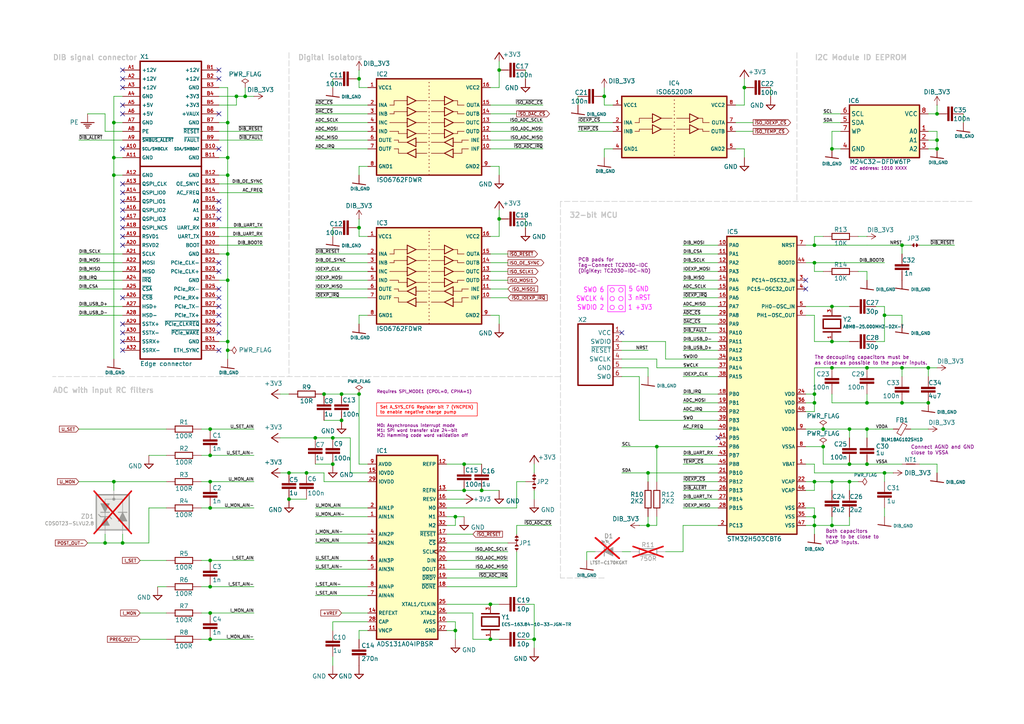
<source format=kicad_sch>
(kicad_sch (version 20250114) (generator "eeschema") (generator_version "9.0")
  (paper "A4")
  (title_block (title "${project_name}") (date "2025-12-08") (rev "${project_version}") (company "${project_creator}") (comment 1 "${project_license}") (comment 2 "${project_info}") (comment 3 "${project_url}"))
  (circle (center 177.546 84.074) (radius 0.635) (stroke (width 0.1524) (color 255 0 255 1)))
  (circle (center 177.546 89.154) (radius 0.635) (stroke (width 0.1524) (color 255 0 255 1)))
  (circle (center 180.086 86.614) (radius 0.635) (stroke (width 0.1524) (color 255 0 255 1)))
  (circle (center 180.086 84.074) (radius 0.635) (stroke (width 0.1524) (color 255 0 255 1)))
  (circle (center 177.546 86.614) (radius 0.635) (stroke (width 0.1524) (color 255 0 255 1)))
  (circle (center 180.086 89.154) (radius 0.635) (stroke (width 0.1524) (color 255 0 255 1)))
  (rectangle (start 181.356 82.804) (end 176.276 90.424) (stroke (width 0) (color 255 0 255 1)))
  (text "Digital isolators" (at 86.36 17.78 0) (effects (font (size 1.524 1.524) (thickness 0.3048) (bold yes)) (justify left bottom)))
  (text "Requires SPI_MODE1 (CPOL=0, CPHA=1)" (at 109.22 114.3 0) (effects (font (size 0.889 0.889)) (justify left bottom)))
  (text "DIB signal connector" (at 15.24 17.78 0) (effects (font (size 1.524 1.524) (thickness 0.3048) (bold yes)) (justify left bottom)))
  (text "3 nRST" (at 188.722 87.376 0) (effects (font (size 1.4224 1.209)) (justify right bottom)))
  (text "SWCLK 4" (at 175.26 87.63 0) (effects (font (size 1.4224 1.209)) (justify right bottom)))
  (text "32-bit MCU" (at 165.1 63.5 0) (effects (font (size 1.524 1.524) (thickness 0.3048) (bold yes)) (justify left bottom)))
  (text "The decoupling capacitors must be\nas close as possible to the power inputs." (at 236.22 106.045 0) (effects (font (size 1.016 1.016)) (justify left bottom)))
  (text "1 +3V3" (at 189.23 90.17 0) (effects (font (size 1.4224 1.209)) (justify right bottom)))
  (text "SWO 6" (at 175.26 85.09 0) (effects (font (size 1.4224 1.209)) (justify right bottom)))
  (text "ADC with input RC filters" (at 15.24 114.3 0) (effects (font (size 1.524 1.524) (thickness 0.3048) (bold yes)) (justify left bottom)))
  (text "I2C address: 1010 XXXX" (at 246.38 49.53 0) (effects (font (size 0.889 0.889)) (justify left bottom)))
  (text "PCB pads for\nTag-Connect TC2030-IDC\n(DigiKey: TC2030-IDC-ND)" (at 167.64 79.375 0) (effects (font (size 1.016 1.016)) (justify left bottom)))
  (text "SWDIO 2" (at 175.26 90.17 0) (effects (font (size 1.4224 1.209)) (justify right bottom)))
  (text "5 GND" (at 188.214 84.836 0) (effects (font (size 1.4224 1.209)) (justify right bottom)))
  (text "Connect AGND and GND\nclose to VSSA" (at 264.16 132.08 0) (effects (font (size 1.016 1.016)) (justify left bottom)))
  (text "M0: Asynchronous interrupt mode\nM1: SPI word transfer size 24-bit\nM2: Hamming code word validation off" (at 109.22 127 0) (effects (font (size 0.889 0.889)) (justify left bottom)))
  (text "I2C Module ID EEPROM" (at 236.22 17.78 0) (effects (font (size 1.524 1.524) (thickness 0.3048) (bold yes)) (justify left bottom)))
  (text "Both capacitors\nhave to be close to\nVCAP inputs." (at 239.395 158.115 0) (effects (font (size 1.016 1.016)) (justify left bottom)))
  (text_box "Set A_SYS_CFG Register bit 7 (VNCPEN) to enable negative charge pump" (at 109.22 116.84 0) (size 29.21 3.81) (margins 0.9525 0.9525 0.9525 0.9525) (stroke (width 0) (color 255 0 0 1)) (effects (font (size 0.889 0.889)) (justify left)))
  (junction (at 104.14 114.3))
  (junction (at 154.94 185.42))
  (junction (at 190.5 129.54))
  (junction (at 238.76 124.46))
  (junction (at 99.06 121.92))
  (junction (at 236.22 149.86))
  (junction (at 215.9 25.4))
  (junction (at 132.08 182.88))
  (junction (at 271.78 33.02))
  (junction (at 66.04 45.72))
  (junction (at 99.06 114.3))
  (junction (at 66.04 50.8))
  (junction (at 60.96 177.8))
  (junction (at 246.38 134.62))
  (junction (at 30.48 157.48))
  (junction (at 269.24 106.68))
  (junction (at 256.54 137.16))
  (junction (at 66.04 99.06))
  (junction (at 241.3 99.06))
  (junction (at 246.38 139.7))
  (junction (at 60.96 132.08))
  (junction (at 33.02 35.56))
  (junction (at 236.22 114.3))
  (junction (at 175.26 27.94))
  (junction (at 83.82 144.78))
  (junction (at 71.12 27.94))
  (junction (at 144.78 63.5))
  (junction (at 246.38 124.46))
  (junction (at 251.46 124.46))
  (junction (at 236.22 71.12))
  (junction (at 241.3 106.68))
  (junction (at 60.96 139.7))
  (junction (at 261.62 116.84))
  (junction (at 236.22 152.4))
  (junction (at 238.76 129.54))
  (junction (at 60.96 170.18))
  (junction (at 241.3 152.4))
  (junction (at 104.14 66.04))
  (junction (at 251.46 106.68))
  (junction (at 66.04 73.66))
  (junction (at 60.96 185.42))
  (junction (at 132.08 149.86))
  (junction (at 96.52 134.62))
  (junction (at 68.58 27.94))
  (junction (at 236.22 76.2))
  (junction (at 271.78 43.18))
  (junction (at 134.62 134.62))
  (junction (at 88.9 137.16))
  (junction (at 104.14 22.86))
  (junction (at 236.22 139.7))
  (junction (at 241.3 139.7))
  (junction (at 139.7 142.24))
  (junction (at 60.96 147.32))
  (junction (at 134.62 142.24))
  (junction (at 261.62 106.68))
  (junction (at 144.78 20.32))
  (junction (at 251.46 134.62))
  (junction (at 83.82 137.16))
  (junction (at 93.98 114.3))
  (junction (at 96.52 127))
  (junction (at 60.96 124.46))
  (junction (at 241.3 88.9))
  (junction (at 142.24 175.26))
  (junction (at 187.96 137.16))
  (junction (at 269.24 116.84))
  (junction (at 187.96 152.4))
  (junction (at 91.44 127))
  (junction (at 60.96 162.56))
  (junction (at 66.04 35.56))
  (junction (at 236.22 116.84))
  (junction (at 256.54 91.44))
  (junction (at 33.02 139.7))
  (junction (at 241.3 43.18))
  (junction (at 33.02 45.72))
  (junction (at 35.56 157.48))
  (junction (at 271.78 40.64))
  (junction (at 261.62 71.12))
  (junction (at 33.02 50.8))
  (junction (at 251.46 116.84))
  (junction (at 142.24 185.42))
  (junction (at 66.04 101.6))
  (junction (at 66.04 81.28))
  (no_connect (at 35.56 22.86))
  (no_connect (at 63.5 78.74))
  (no_connect (at 35.56 86.36))
  (no_connect (at 63.5 22.86))
  (no_connect (at 63.5 93.98))
  (no_connect (at 35.56 55.88))
  (no_connect (at 35.56 96.52))
  (no_connect (at 35.56 71.12))
  (no_connect (at 63.5 96.52))
  (no_connect (at 35.56 93.98))
  (no_connect (at 35.56 30.48))
  (no_connect (at 35.56 66.04))
  (no_connect (at 63.5 33.02))
  (no_connect (at 63.5 20.32))
  (no_connect (at 35.56 43.18))
  (no_connect (at 63.5 60.96))
  (no_connect (at 63.5 91.44))
  (no_connect (at 63.5 76.2))
  (no_connect (at 63.5 88.9))
  (no_connect (at 35.56 58.42))
  (no_connect (at 63.5 63.5))
  (no_connect (at 63.5 43.18))
  (no_connect (at 63.5 83.82))
  (no_connect (at 35.56 25.4))
  (no_connect (at 180.34 96.52))
  (no_connect (at 35.56 33.02))
  (no_connect (at 63.5 101.6))
  (no_connect (at 35.56 63.5))
  (no_connect (at 208.28 127))
  (no_connect (at 35.56 20.32))
  (no_connect (at 63.5 86.36))
  (no_connect (at 35.56 60.96))
  (no_connect (at 233.68 81.28))
  (no_connect (at 35.56 53.34))
  (no_connect (at 233.68 83.82))
  (no_connect (at 63.5 58.42))
  (no_connect (at 35.56 99.06))
  (no_connect (at 35.56 101.6))
  (no_connect (at 35.56 68.58))
  (wire (pts (xy 236.22 78.74) (xy 238.76 78.74)) (stroke (width 0.1524)))
  (wire (pts (xy 190.5 104.14) (xy 190.5 106.68)))
  (wire (pts (xy 213.36 38.1) (xy 218.44 38.1)))
  (wire (pts (xy 223.52 25.4) (xy 223.52 27.94)) (stroke (width 0.1524)))
  (wire (pts (xy 66.04 73.66) (xy 66.04 81.28)))
  (wire (pts (xy 236.22 114.3) (xy 236.22 116.84)) (stroke (width 0.1524)))
  (wire (pts (xy 147.32 73.66) (xy 142.24 73.66)))
  (wire (pts (xy 33.02 50.8) (xy 35.56 50.8)))
  (wire (pts (xy 96.52 127) (xy 91.44 127)))
  (wire (pts (xy 233.68 139.7) (xy 236.22 139.7)) (stroke (width 0.1524)))
  (wire (pts (xy 22.86 81.28) (xy 35.56 81.28)))
  (wire (pts (xy 33.02 35.56) (xy 33.02 45.72)))
  (wire (pts (xy 246.38 124.46) (xy 251.46 124.46)) (stroke (width 0.1524)))
  (wire (pts (xy 129.54 180.34) (xy 132.08 180.34)))
  (wire (pts (xy 160.02 152.4) (xy 149.86 152.4)))
  (wire (pts (xy 68.58 30.48) (xy 63.5 30.48)))
  (wire (pts (xy 91.44 78.74) (xy 106.68 78.74)))
  (wire (pts (xy 142.24 25.4) (xy 144.78 25.4)))
  (wire (pts (xy 254 99.06) (xy 256.54 99.06)) (stroke (width 0.1524)))
  (wire (pts (xy 198.12 134.62) (xy 208.28 134.62)))
  (wire (pts (xy 213.36 35.56) (xy 218.44 35.56)))
  (wire (pts (xy 256.54 147.32) (xy 256.54 149.86)))
  (wire (pts (xy 66.04 45.72) (xy 66.04 50.8)))
  (wire (pts (xy 233.68 119.38) (xy 236.22 119.38)) (stroke (width 0.1524)))
  (wire (pts (xy 91.44 83.82) (xy 106.68 83.82)))
  (wire (pts (xy 35.56 157.48) (xy 35.56 154.94)))
  (wire (pts (xy 238.76 129.54) (xy 238.76 134.62)))
  (wire (pts (xy 60.96 124.46) (xy 73.66 124.46)) (stroke (width 0.1524)))
  (wire (pts (xy 251.46 114.3) (xy 251.46 116.84)) (stroke (width 0.1524)))
  (wire (pts (xy 104.14 182.88) (xy 104.14 185.42)))
  (wire (pts (xy 261.62 71.12) (xy 261.62 73.66)))
  (wire (pts (xy 198.12 116.84) (xy 208.28 116.84)))
  (wire (pts (xy 236.22 116.84) (xy 236.22 119.38)) (stroke (width 0.1524)))
  (wire (pts (xy 66.04 25.4) (xy 66.04 35.56)))
  (wire (pts (xy 96.52 180.34) (xy 96.52 182.88)))
  (wire (pts (xy 96.52 180.34) (xy 106.68 180.34)))
  (wire (pts (xy 251.46 127) (xy 251.46 124.46)) (stroke (width 0.1524)))
  (wire (pts (xy 104.14 134.62) (xy 106.68 134.62)))
  (wire (pts (xy 129.54 157.48) (xy 147.32 157.48)))
  (wire (pts (xy 76.2 38.1) (xy 63.5 38.1)))
  (wire (pts (xy 198.12 142.24) (xy 208.28 142.24)))
  (wire (pts (xy 198.12 96.52) (xy 208.28 96.52)))
  (wire (pts (xy 129.54 167.64) (xy 147.32 167.64)))
  (wire (pts (xy 185.42 121.92) (xy 208.28 121.92)))
  (wire (pts (xy 106.68 154.94) (xy 91.44 154.94)))
  (wire (pts (xy 193.04 99.06) (xy 193.04 104.14)))
  (wire (pts (xy 30.48 38.1) (xy 35.56 38.1)))
  (wire (pts (xy 198.12 78.74) (xy 208.28 78.74)))
  (wire (pts (xy 241.3 106.68) (xy 251.46 106.68)) (stroke (width 0.1524)))
  (wire (pts (xy 58.42 139.7) (xy 60.96 139.7)) (stroke (width 0.1524)))
  (wire (pts (xy 198.12 73.66) (xy 208.28 73.66)))
  (wire (pts (xy 233.68 142.24) (xy 236.22 142.24)) (stroke (width 0.1524)))
  (wire (pts (xy 63.5 73.66) (xy 66.04 73.66)))
  (wire (pts (xy 45.72 170.18) (xy 48.26 170.18)))
  (wire (pts (xy 60.96 162.56) (xy 73.66 162.56)) (stroke (width 0.1524)))
  (wire (pts (xy 99.06 114.3) (xy 104.14 114.3)))
  (wire (pts (xy 106.68 76.2) (xy 91.44 76.2)))
  (wire (pts (xy 157.48 35.56) (xy 142.24 35.56)))
  (wire (pts (xy 43.18 132.08) (xy 48.26 132.08)))
  (wire (pts (xy 33.02 50.8) (xy 33.02 104.14)))
  (wire (pts (xy 198.12 109.22) (xy 208.28 109.22)))
  (polyline (pts (xy 83.82 15.24) (xy 83.82 109.22)) (stroke (width 0.1524) (type dash) (color 194 194 194 1)))
  (wire (pts (xy 261.62 116.84) (xy 269.24 116.84)) (stroke (width 0.1524)))
  (wire (pts (xy 147.32 86.36) (xy 142.24 86.36)))
  (wire (pts (xy 48.26 177.8) (xy 40.64 177.8)) (stroke (width 0.1524)))
  (wire (pts (xy 147.32 78.74) (xy 142.24 78.74)))
  (wire (pts (xy 144.78 185.42) (xy 142.24 185.42)))
  (wire (pts (xy 233.68 149.86) (xy 236.22 149.86)) (stroke (width 0.1524)))
  (wire (pts (xy 198.12 132.08) (xy 208.28 132.08)))
  (wire (pts (xy 129.54 170.18) (xy 149.86 170.18)))
  (wire (pts (xy 157.48 43.18) (xy 142.24 43.18)))
  (wire (pts (xy 63.5 25.4) (xy 66.04 25.4)))
  (wire (pts (xy 271.78 134.62) (xy 271.78 137.16)))
  (wire (pts (xy 104.14 182.88) (xy 106.68 182.88)))
  (wire (pts (xy 261.62 106.68) (xy 261.62 109.22)) (stroke (width 0.1524)))
  (wire (pts (xy 66.04 50.8) (xy 66.04 73.66)))
  (wire (pts (xy 269.24 106.68) (xy 269.24 109.22)) (stroke (width 0.1524)))
  (wire (pts (xy 190.5 129.54) (xy 180.34 129.54)) (stroke (width 0.1524)))
  (wire (pts (xy 185.42 109.22) (xy 185.42 121.92)))
  (wire (pts (xy 63.5 66.04) (xy 76.2 66.04)))
  (wire (pts (xy 132.08 182.88) (xy 132.08 185.42)))
  (wire (pts (xy 198.12 101.6) (xy 208.28 101.6)))
  (wire (pts (xy 193.04 160.02) (xy 198.12 160.02)))
  (wire (pts (xy 129.54 147.32) (xy 149.86 147.32)))
  (wire (pts (xy 198.12 83.82) (xy 208.28 83.82)))
  (wire (pts (xy 241.3 114.3) (xy 241.3 116.84)) (stroke (width 0.1524)))
  (wire (pts (xy 246.38 152.4) (xy 246.38 149.86)) (stroke (width 0.1524)))
  (wire (pts (xy 22.86 76.2) (xy 35.56 76.2)))
  (wire (pts (xy 271.78 33.02) (xy 271.78 30.48)) (stroke (width 0.1524)))
  (wire (pts (xy 236.22 139.7) (xy 241.3 139.7)) (stroke (width 0.1524)))
  (wire (pts (xy 213.36 43.18) (xy 215.9 43.18)))
  (wire (pts (xy 236.22 68.58) (xy 238.76 68.58)))
  (wire (pts (xy 66.04 35.56) (xy 66.04 45.72)))
  (wire (pts (xy 129.54 152.4) (xy 132.08 152.4)))
  (wire (pts (xy 88.9 137.16) (xy 93.98 137.16)))
  (wire (pts (xy 175.26 30.48) (xy 177.8 30.48)))
  (wire (pts (xy 246.38 134.62) (xy 251.46 134.62)) (stroke (width 0.1524)))
  (wire (pts (xy 33.02 45.72) (xy 35.56 45.72)))
  (wire (pts (xy 269.24 40.64) (xy 271.78 40.64)))
  (wire (pts (xy 33.02 27.94) (xy 33.02 35.56)))
  (polyline (pts (xy 162.56 58.42) (xy 162.56 109.22)) (stroke (width 0.1524) (type dash) (color 194 194 194 1)))
  (wire (pts (xy 58.42 177.8) (xy 60.96 177.8)) (stroke (width 0.1524)))
  (wire (pts (xy 101.6 127) (xy 101.6 137.16)))
  (wire (pts (xy 190.5 129.54) (xy 208.28 129.54)))
  (wire (pts (xy 96.52 193.04) (xy 96.52 190.5)))
  (wire (pts (xy 187.96 137.16) (xy 187.96 139.7)))
  (wire (pts (xy 81.28 127) (xy 91.44 127)))
  (wire (pts (xy 22.86 88.9) (xy 35.56 88.9)))
  (wire (pts (xy 83.82 137.16) (xy 88.9 137.16)))
  (wire (pts (xy 246.38 127) (xy 246.38 124.46)) (stroke (width 0.1524)))
  (wire (pts (xy 33.02 142.24) (xy 33.02 139.7)))
  (wire (pts (xy 33.02 35.56) (xy 35.56 35.56)))
  (wire (pts (xy 241.3 88.9) (xy 246.38 88.9)))
  (wire (pts (xy 157.48 30.48) (xy 142.24 30.48)))
  (wire (pts (xy 104.14 114.3) (xy 104.14 134.62)))
  (wire (pts (xy 236.22 149.86) (xy 236.22 152.4)) (stroke (width 0.1524)))
  (wire (pts (xy 43.18 157.48) (xy 43.18 147.32)))
  (wire (pts (xy 248.92 78.74) (xy 251.46 78.74)) (stroke (width 0.1524)))
  (wire (pts (xy 142.24 91.44) (xy 144.78 91.44)))
  (wire (pts (xy 215.9 43.18) (xy 215.9 45.72)))
  (wire (pts (xy 106.68 147.32) (xy 91.44 147.32)))
  (wire (pts (xy 60.96 185.42) (xy 73.66 185.42)))
  (wire (pts (xy 63.5 55.88) (xy 76.2 55.88)))
  (wire (pts (xy 180.34 109.22) (xy 185.42 109.22)) (stroke (width 0.1524)))
  (wire (pts (xy 106.68 165.1) (xy 91.44 165.1)))
  (polyline (pts (xy 281.94 58.42) (xy 162.56 58.42)) (stroke (width 0.1524) (type dash) (color 194 194 194 1)))
  (wire (pts (xy 22.86 124.46) (xy 48.26 124.46)))
  (wire (pts (xy 233.68 114.3) (xy 236.22 114.3)))
  (wire (pts (xy 60.96 177.8) (xy 73.66 177.8)) (stroke (width 0.1524)))
  (wire (pts (xy 147.32 81.28) (xy 142.24 81.28)))
  (wire (pts (xy 236.22 106.68) (xy 236.22 114.3)) (stroke (width 0.1524)))
  (wire (pts (xy 279.4 33.02) (xy 279.4 35.56)) (stroke (width 0.1524)))
  (wire (pts (xy 106.68 48.26) (xy 104.14 48.26)))
  (wire (pts (xy 198.12 114.3) (xy 208.28 114.3)))
  (wire (pts (xy 58.42 132.08) (xy 60.96 132.08)))
  (wire (pts (xy 104.14 91.44) (xy 104.14 93.98)))
  (wire (pts (xy 96.52 66.04) (xy 96.52 68.58)) (stroke (width 0.1524)))
  (wire (pts (xy 30.48 157.48) (xy 35.56 157.48)))
  (wire (pts (xy 248.92 68.58) (xy 251.46 68.58)) (stroke (width 0.1524)))
  (wire (pts (xy 198.12 99.06) (xy 208.28 99.06)))
  (wire (pts (xy 144.78 60.96) (xy 144.78 63.5)))
  (polyline (pts (xy 162.56 109.22) (xy 162.56 167.64)) (stroke (width 0.1524) (type dash) (color 194 194 194 1)))
  (wire (pts (xy 91.44 73.66) (xy 106.68 73.66)))
  (wire (pts (xy 66.04 99.06) (xy 66.04 101.6)))
  (wire (pts (xy 236.22 71.12) (xy 251.46 71.12)))
  (wire (pts (xy 269.24 33.02) (xy 271.78 33.02)) (stroke (width 0.1524)))
  (wire (pts (xy 22.86 40.64) (xy 35.56 40.64)))
  (wire (pts (xy 129.54 175.26) (xy 142.24 175.26)))
  (wire (pts (xy 233.68 124.46) (xy 238.76 124.46)))
  (wire (pts (xy 236.22 68.58) (xy 236.22 71.12)))
  (wire (pts (xy 264.16 124.46) (xy 269.24 124.46)))
  (wire (pts (xy 43.18 147.32) (xy 48.26 147.32)))
  (wire (pts (xy 91.44 81.28) (xy 106.68 81.28)))
  (wire (pts (xy 132.08 149.86) (xy 132.08 152.4)))
  (wire (pts (xy 63.5 71.12) (xy 76.2 71.12)))
  (polyline (pts (xy 175.26 167.64) (xy 162.56 167.64)) (stroke (width 0.1524) (type dash) (color 194 194 194 1)))
  (wire (pts (xy 63.5 99.06) (xy 66.04 99.06)))
  (wire (pts (xy 91.44 40.64) (xy 106.68 40.64)))
  (wire (pts (xy 187.96 137.16) (xy 180.34 137.16)) (stroke (width 0.1524)))
  (wire (pts (xy 241.3 152.4) (xy 241.3 149.86)) (stroke (width 0.1524)))
  (wire (pts (xy 261.62 71.12) (xy 264.16 71.12)) (stroke (width 0.1524)))
  (wire (pts (xy 180.34 101.6) (xy 187.96 101.6)))
  (wire (pts (xy 243.84 38.1) (xy 241.3 38.1)) (stroke (width 0.1524)))
  (wire (pts (xy 48.26 162.56) (xy 40.64 162.56)) (stroke (width 0.1524)))
  (wire (pts (xy 241.3 139.7) (xy 246.38 139.7)) (stroke (width 0.1524)))
  (wire (pts (xy 58.42 170.18) (xy 60.96 170.18)))
  (wire (pts (xy 198.12 139.7) (xy 208.28 139.7)))
  (wire (pts (xy 144.78 20.32) (xy 144.78 25.4)))
  (wire (pts (xy 251.46 78.74) (xy 251.46 81.28)) (stroke (width 0.1524)))
  (wire (pts (xy 68.58 27.94) (xy 68.58 30.48)))
  (wire (pts (xy 254 88.9) (xy 256.54 88.9)) (stroke (width 0.1524)))
  (wire (pts (xy 241.3 43.18) (xy 243.84 43.18)) (stroke (width 0.1524)))
  (wire (pts (xy 33.02 139.7) (xy 48.26 139.7)) (stroke (width 0.1524)))
  (wire (pts (xy 198.12 152.4) (xy 208.28 152.4)))
  (wire (pts (xy 190.5 129.54) (xy 190.5 139.7)))
  (wire (pts (xy 154.94 175.26) (xy 152.4 175.26)))
  (wire (pts (xy 233.68 129.54) (xy 238.76 129.54)))
  (wire (pts (xy 233.68 76.2) (xy 236.22 76.2)))
  (wire (pts (xy 261.62 91.44) (xy 261.62 93.98)) (stroke (width 0.1524)))
  (wire (pts (xy 236.22 134.62) (xy 236.22 137.16)))
  (wire (pts (xy 83.82 144.78) (xy 88.9 144.78)))
  (wire (pts (xy 22.86 78.74) (xy 35.56 78.74)))
  (wire (pts (xy 129.54 142.24) (xy 134.62 142.24)))
  (wire (pts (xy 22.86 91.44) (xy 35.56 91.44)))
  (wire (pts (xy 91.44 86.36) (xy 106.68 86.36)))
  (wire (pts (xy 215.9 25.4) (xy 215.9 30.48)))
  (wire (pts (xy 58.42 147.32) (xy 60.96 147.32)))
  (wire (pts (xy 149.86 139.7) (xy 152.4 139.7)))
  (wire (pts (xy 271.78 38.1) (xy 271.78 40.64)) (stroke (width 0.1524)))
  (polyline (pts (xy 231.14 15.24) (xy 231.14 58.42)) (stroke (width 0.1524) (type dash) (color 194 194 194 1)))
  (wire (pts (xy 81.28 114.3) (xy 83.82 114.3)))
  (wire (pts (xy 129.54 177.8) (xy 137.16 177.8)))
  (wire (pts (xy 93.98 137.16) (xy 93.98 139.7)))
  (wire (pts (xy 63.5 81.28) (xy 66.04 81.28)))
  (wire (pts (xy 144.78 17.78) (xy 144.78 20.32)))
  (wire (pts (xy 243.84 33.02) (xy 238.76 33.02)) (stroke (width 0.1524)))
  (wire (pts (xy 175.26 27.94) (xy 175.26 30.48)))
  (wire (pts (xy 170.18 160.02) (xy 172.72 160.02)))
  (wire (pts (xy 251.46 71.12) (xy 261.62 71.12)) (stroke (width 0.1524)))
  (wire (pts (xy 81.28 137.16) (xy 83.82 137.16)))
  (wire (pts (xy 177.8 43.18) (xy 175.26 43.18)))
  (wire (pts (xy 198.12 147.32) (xy 208.28 147.32)))
  (wire (pts (xy 91.44 38.1) (xy 106.68 38.1)))
  (wire (pts (xy 147.32 165.1) (xy 129.54 165.1)))
  (wire (pts (xy 157.48 38.1) (xy 142.24 38.1)))
  (wire (pts (xy 198.12 124.46) (xy 208.28 124.46)))
  (wire (pts (xy 91.44 35.56) (xy 106.68 35.56)))
  (wire (pts (xy 91.44 33.02) (xy 106.68 33.02)))
  (wire (pts (xy 91.44 43.18) (xy 106.68 43.18)))
  (wire (pts (xy 25.4 33.02) (xy 30.48 33.02)))
  (wire (pts (xy 271.78 106.68) (xy 269.24 106.68)) (stroke (width 0.1524)))
  (wire (pts (xy 106.68 172.72) (xy 91.44 172.72)))
  (wire (pts (xy 144.78 48.26) (xy 144.78 50.8)))
  (wire (pts (xy 144.78 175.26) (xy 142.24 175.26)))
  (wire (pts (xy 99.06 177.8) (xy 106.68 177.8)))
  (wire (pts (xy 271.78 40.64) (xy 271.78 43.18)) (stroke (width 0.1524)))
  (wire (pts (xy 58.42 185.42) (xy 60.96 185.42)))
  (wire (pts (xy 154.94 144.78) (xy 154.94 142.24)))
  (wire (pts (xy 190.5 106.68) (xy 208.28 106.68)))
  (wire (pts (xy 58.42 162.56) (xy 60.96 162.56)) (stroke (width 0.1524)))
  (wire (pts (xy 251.46 124.46) (xy 254 124.46)) (stroke (width 0.1524)))
  (wire (pts (xy 198.12 76.2) (xy 208.28 76.2)))
  (wire (pts (xy 142.24 76.2) (xy 147.32 76.2)))
  (wire (pts (xy 137.16 154.94) (xy 129.54 154.94)))
  (wire (pts (xy 187.96 152.4) (xy 190.5 152.4)))
  (wire (pts (xy 63.5 27.94) (xy 68.58 27.94)))
  (wire (pts (xy 101.6 137.16) (xy 106.68 137.16)))
  (wire (pts (xy 66.04 81.28) (xy 66.04 99.06)))
  (polyline (pts (xy 162.56 109.22) (xy 15.24 109.22)) (stroke (width 0.1524) (type dash) (color 194 194 194 1)))
  (wire (pts (xy 134.62 142.24) (xy 139.7 142.24)))
  (wire (pts (xy 58.42 124.46) (xy 60.96 124.46)) (stroke (width 0.1524)))
  (wire (pts (xy 233.68 116.84) (xy 236.22 116.84)))
  (wire (pts (xy 261.62 91.44) (xy 256.54 91.44)) (stroke (width 0.1524)))
  (wire (pts (xy 180.34 104.14) (xy 190.5 104.14)))
  (wire (pts (xy 144.78 91.44) (xy 144.78 93.98)))
  (wire (pts (xy 147.32 160.02) (xy 129.54 160.02)))
  (wire (pts (xy 241.3 142.24) (xy 241.3 139.7)) (stroke (width 0.1524)))
  (wire (pts (xy 63.5 53.34) (xy 76.2 53.34)))
  (wire (pts (xy 241.3 99.06) (xy 246.38 99.06)))
  (wire (pts (xy 63.5 50.8) (xy 66.04 50.8)))
  (wire (pts (xy 198.12 71.12) (xy 208.28 71.12)))
  (wire (pts (xy 180.34 106.68) (xy 187.96 106.68)))
  (wire (pts (xy 22.86 73.66) (xy 35.56 73.66)))
  (wire (pts (xy 40.64 185.42) (xy 48.26 185.42)))
  (wire (pts (xy 251.46 106.68) (xy 261.62 106.68)) (stroke (width 0.1524)))
  (wire (pts (xy 175.26 43.18) (xy 175.26 45.72)))
  (wire (pts (xy 180.34 99.06) (xy 193.04 99.06)))
  (wire (pts (xy 104.14 91.44) (xy 106.68 91.44)))
  (wire (pts (xy 129.54 149.86) (xy 132.08 149.86)))
  (wire (pts (xy 33.02 27.94) (xy 35.56 27.94)))
  (wire (pts (xy 104.14 25.4) (xy 106.68 25.4)))
  (wire (pts (xy 236.22 137.16) (xy 256.54 137.16)) (stroke (width 0.1524)))
  (wire (pts (xy 134.62 134.62) (xy 139.7 134.62)))
  (wire (pts (xy 198.12 152.4) (xy 198.12 160.02)))
  (wire (pts (xy 142.24 48.26) (xy 144.78 48.26)))
  (wire (pts (xy 129.54 144.78) (xy 134.62 144.78)))
  (wire (pts (xy 243.84 35.56) (xy 238.76 35.56)) (stroke (width 0.1524)))
  (wire (pts (xy 76.2 40.64) (xy 63.5 40.64)))
  (wire (pts (xy 198.12 119.38) (xy 208.28 119.38)))
  (wire (pts (xy 154.94 175.26) (xy 154.94 185.42)))
  (wire (pts (xy 139.7 142.24) (xy 144.78 142.24)))
  (wire (pts (xy 236.22 152.4) (xy 241.3 152.4)) (stroke (width 0.1524)))
  (wire (pts (xy 35.56 157.48) (xy 43.18 157.48)))
  (wire (pts (xy 106.68 170.18) (xy 91.44 170.18)))
  (wire (pts (xy 190.5 149.86) (xy 190.5 152.4)))
  (wire (pts (xy 254 124.46) (xy 259.08 124.46)))
  (wire (pts (xy 152.4 20.32) (xy 152.4 22.86)) (stroke (width 0.1524)))
  (wire (pts (xy 175.26 25.4) (xy 175.26 27.94)))
  (wire (pts (xy 73.66 27.94) (xy 71.12 27.94)))
  (wire (pts (xy 96.52 127) (xy 101.6 127)))
  (wire (pts (xy 25.4 157.48) (xy 30.48 157.48)))
  (wire (pts (xy 149.86 33.02) (xy 142.24 33.02)))
  (wire (pts (xy 198.12 91.44) (xy 208.28 91.44)))
  (wire (pts (xy 30.48 157.48) (xy 30.48 154.94)))
  (wire (pts (xy 185.42 152.4) (xy 187.96 152.4)))
  (wire (pts (xy 96.52 22.86) (xy 96.52 25.4)) (stroke (width 0.1524)))
  (wire (pts (xy 63.5 68.58) (xy 76.2 68.58)))
  (wire (pts (xy 213.36 30.48) (xy 215.9 30.48)))
  (wire (pts (xy 236.22 99.06) (xy 241.3 99.06)))
  (wire (pts (xy 154.94 185.42) (xy 152.4 185.42)))
  (wire (pts (xy 149.86 152.4) (xy 149.86 154.94)))
  (wire (pts (xy 71.12 25.4) (xy 71.12 27.94)))
  (wire (pts (xy 93.98 139.7) (xy 106.68 139.7)))
  (wire (pts (xy 104.14 66.04) (xy 104.14 68.58)))
  (wire (pts (xy 256.54 91.44) (xy 256.54 99.06)) (stroke (width 0.1524)))
  (wire (pts (xy 157.48 40.64) (xy 142.24 40.64)))
  (wire (pts (xy 266.7 134.62) (xy 271.78 134.62)))
  (wire (pts (xy 236.22 76.2) (xy 256.54 76.2)))
  (wire (pts (xy 137.16 185.42) (xy 142.24 185.42)))
  (wire (pts (xy 236.22 152.4) (xy 236.22 154.94)) (stroke (width 0.1524)))
  (wire (pts (xy 93.98 114.3) (xy 99.06 114.3)))
  (wire (pts (xy 251.46 116.84) (xy 241.3 116.84)) (stroke (width 0.1524)))
  (wire (pts (xy 198.12 88.9) (xy 208.28 88.9)))
  (wire (pts (xy 233.68 152.4) (xy 236.22 152.4)) (stroke (width 0.1524)))
  (wire (pts (xy 149.86 160.02) (xy 149.86 170.18)))
  (wire (pts (xy 198.12 93.98) (xy 208.28 93.98)))
  (wire (pts (xy 198.12 86.36) (xy 208.28 86.36)))
  (wire (pts (xy 154.94 134.62) (xy 154.94 137.16)))
  (wire (pts (xy 256.54 88.9) (xy 256.54 91.44)) (stroke (width 0.1524)))
  (wire (pts (xy 261.62 106.68) (xy 269.24 106.68)) (stroke (width 0.1524)))
  (wire (pts (xy 142.24 68.58) (xy 144.78 68.58)))
  (wire (pts (xy 132.08 149.86) (xy 134.62 149.86)))
  (wire (pts (xy 170.18 160.02) (xy 170.18 162.56)))
  (wire (pts (xy 66.04 101.6) (xy 66.04 104.14)))
  (wire (pts (xy 187.96 106.68) (xy 187.96 109.22)))
  (wire (pts (xy 246.38 139.7) (xy 246.38 142.24)) (stroke (width 0.1524)))
  (wire (pts (xy 63.5 35.56) (xy 66.04 35.56)))
  (wire (pts (xy 251.46 116.84) (xy 261.62 116.84)) (stroke (width 0.1524)))
  (wire (pts (xy 193.04 104.14) (xy 208.28 104.14)))
  (wire (pts (xy 198.12 144.78) (xy 208.28 144.78)))
  (wire (pts (xy 251.46 134.62) (xy 261.62 134.62)) (stroke (width 0.1524)))
  (wire (pts (xy 93.98 121.92) (xy 99.06 121.92)))
  (wire (pts (xy 33.02 45.72) (xy 33.02 50.8)))
  (wire (pts (xy 180.34 160.02) (xy 182.88 160.02)))
  (wire (pts (xy 246.38 139.7) (xy 248.92 139.7)))
  (wire (pts (xy 241.3 38.1) (xy 241.3 43.18)) (stroke (width 0.1524)))
  (wire (pts (xy 106.68 162.56) (xy 91.44 162.56)))
  (wire (pts (xy 238.76 134.62) (xy 246.38 134.62)) (stroke (width 0.1524)))
  (wire (pts (xy 256.54 137.16) (xy 259.08 137.16)))
  (wire (pts (xy 147.32 162.56) (xy 129.54 162.56)))
  (wire (pts (xy 269.24 38.1) (xy 271.78 38.1)) (stroke (width 0.1524)))
  (wire (pts (xy 198.12 81.28) (xy 208.28 81.28)))
  (wire (pts (xy 22.86 83.82) (xy 35.56 83.82)))
  (wire (pts (xy 236.22 147.32) (xy 236.22 149.86)) (stroke (width 0.1524)))
  (wire (pts (xy 246.38 124.46) (xy 238.76 124.46)) (stroke (width 0.1524)))
  (wire (pts (xy 215.9 22.86) (xy 215.9 25.4)))
  (wire (pts (xy 60.96 147.32) (xy 73.66 147.32)))
  (wire (pts (xy 236.22 139.7) (xy 236.22 142.24)) (stroke (width 0.1524)))
  (wire (pts (xy 91.44 134.62) (xy 96.52 134.62)))
  (wire (pts (xy 152.4 63.5) (xy 152.4 66.04)) (stroke (width 0.1524)))
  (wire (pts (xy 30.48 33.02) (xy 30.48 38.1)))
  (wire (pts (xy 104.14 22.86) (xy 104.14 25.4)))
  (wire (pts (xy 236.22 106.68) (xy 241.3 106.68)) (stroke (width 0.1524)))
  (wire (pts (xy 167.64 38.1) (xy 177.8 38.1)))
  (wire (pts (xy 144.78 63.5) (xy 144.78 68.58)))
  (wire (pts (xy 233.68 134.62) (xy 236.22 134.62)))
  (wire (pts (xy 129.54 182.88) (xy 132.08 182.88)))
  (wire (pts (xy 236.22 91.44) (xy 236.22 99.06)))
  (wire (pts (xy 106.68 157.48) (xy 91.44 157.48)))
  (wire (pts (xy 256.54 139.7) (xy 256.54 137.16)) (stroke (width 0.1524)))
  (wire (pts (xy 233.68 147.32) (xy 236.22 147.32)) (stroke (width 0.1524)))
  (wire (pts (xy 60.96 170.18) (xy 73.66 170.18)))
  (wire (pts (xy 236.22 76.2) (xy 236.22 78.74)) (stroke (width 0.1524)))
  (wire (pts (xy 187.96 149.86) (xy 187.96 152.4)))
  (wire (pts (xy 149.86 139.7) (xy 149.86 147.32)))
  (wire (pts (xy 132.08 180.34) (xy 132.08 182.88)))
  (wire (pts (xy 129.54 134.62) (xy 134.62 134.62)))
  (wire (pts (xy 147.32 83.82) (xy 142.24 83.82)))
  (wire (pts (xy 60.96 139.7) (xy 73.66 139.7)) (stroke (width 0.1524)))
  (wire (pts (xy 266.7 71.12) (xy 276.86 71.12)) (stroke (width 0.1524)))
  (wire (pts (xy 233.68 91.44) (xy 236.22 91.44)))
  (wire (pts (xy 167.64 27.94) (xy 167.64 30.48)) (stroke (width 0.1524)))
  (wire (pts (xy 60.96 132.08) (xy 73.66 132.08)))
  (wire (pts (xy 137.16 177.8) (xy 137.16 185.42)))
  (wire (pts (xy 167.64 35.56) (xy 177.8 35.56)))
  (wire (pts (xy 241.3 152.4) (xy 246.38 152.4)) (stroke (width 0.1524)))
  (wire (pts (xy 187.96 137.16) (xy 208.28 137.16)))
  (wire (pts (xy 104.14 63.5) (xy 104.14 66.04)))
  (wire (pts (xy 63.5 45.72) (xy 66.04 45.72)))
  (wire (pts (xy 91.44 30.48) (xy 106.68 30.48)))
  (wire (pts (xy 269.24 43.18) (xy 271.78 43.18)) (stroke (width 0.1524)))
  (wire (pts (xy 106.68 149.86) (xy 91.44 149.86)))
  (wire (pts (xy 104.14 68.58) (xy 106.68 68.58)))
  (wire (pts (xy 104.14 20.32) (xy 104.14 22.86)))
  (wire (pts (xy 154.94 185.42) (xy 154.94 187.96)))
  (wire (pts (xy 104.14 48.26) (xy 104.14 50.8)))
  (wire (pts (xy 22.86 139.7) (xy 33.02 139.7)) (stroke (width 0.1524)))
  (wire (pts (xy 233.68 71.12) (xy 236.22 71.12)))
  (wire (pts (xy 233.68 88.9) (xy 241.3 88.9)))
  (wire (pts (xy 71.12 27.94) (xy 68.58 27.94)))
  (label "ISO_ADC_SCLK" (at 157.48 35.56 180) (effects (font (size 0.889 0.889))))
  (label "~{IOEXP_IRQ}" (at 198.12 86.36 0) (effects (font (size 0.889 0.889))))
  (label "ADC_MOSI" (at 91.44 38.1 0) (effects (font (size 0.889 0.889))))
  (label "DIB_UART_TX" (at 198.12 144.78 0) (effects (font (size 0.889 0.889))))
  (label "~{DIB_ALERT}" (at 22.86 40.64 0) (effects (font (size 0.889 0.889))))
  (label "ISO_ADC_MISO" (at 157.48 40.64 180) (effects (font (size 0.889 0.889))))
  (label "~{TEMP_CS}" (at 198.12 134.62 0) (effects (font (size 0.889 0.889))))
  (label "DIB_SCLK" (at 22.86 73.66 0) (effects (font (size 0.889 0.889))))
  (label "~{DAC_CS}" (at 198.12 93.98 0) (effects (font (size 0.889 0.889))))
  (label "SDA" (at 180.34 137.16 0) (effects (font (size 0.889 0.889))))
  (label "DIB_OE_SYNC" (at 76.2 53.34 180) (effects (font (size 0.889 0.889))))
  (label "~{IOEXP_IRQ}" (at 91.44 86.36 0) (effects (font (size 0.889 0.889))))
  (label "I_SET_AIN" (at 91.44 172.72 0) (effects (font (size 0.889 0.889))))
  (label "IOEXP_MOSI" (at 198.12 78.74 0) (effects (font (size 0.889 0.889))))
  (label "DIB_MOSI" (at 22.86 76.2 0) (effects (font (size 0.889 0.889))))
  (label "~{DIB_RESET}" (at 76.2 38.1 180) (effects (font (size 0.889 0.889))))
  (label "DIB_USB_D+" (at 22.86 88.9 0) (effects (font (size 0.889 0.889))))
  (label "U_SET_AIN" (at 91.44 162.56 0) (effects (font (size 0.889 0.889))))
  (label "SWCLK" (at 198.12 106.68 0) (effects (font (size 0.889 0.889))))
  (label "SCL" (at 180.34 129.54 0) (effects (font (size 0.889 0.889))))
  (label "ADC_IRQ" (at 198.12 119.38 0) (effects (font (size 0.889 0.889))))
  (label "SDA" (at 238.76 35.56 0) (effects (font (size 0.889 0.889))))
  (label "I_MON_AIN-" (at 73.66 185.42 180) (effects (font (size 0.889 0.889))))
  (label "I_MON_AIN" (at 73.66 177.8 180) (effects (font (size 0.889 0.889))))
  (label "U_MON_AIN" (at 73.66 139.7 180) (effects (font (size 0.889 0.889))))
  (label "SWO" (at 198.12 121.92 0) (effects (font (size 0.889 0.889))))
  (label "NRST" (at 261.62 71.12 180) (effects (font (size 0.889 0.889))))
  (label "IOEXP_MOSI" (at 91.44 81.28 0) (effects (font (size 0.889 0.889))))
  (label "SWDIO" (at 198.12 104.14 0) (effects (font (size 0.889 0.889))))
  (label "IOEXP_CLK" (at 198.12 109.22 0) (effects (font (size 0.889 0.889))))
  (label "DIB_USB_D-" (at 22.86 91.44 0) (effects (font (size 0.889 0.889))))
  (label "U_SET_AIN-" (at 91.44 165.1 0) (effects (font (size 0.889 0.889))))
  (label "~{ISO_ADC_CS}" (at 157.48 30.48 180) (effects (font (size 0.889 0.889))))
  (label "ISO_ADC_MISO" (at 147.32 165.1 180) (effects (font (size 0.889 0.889))))
  (label "DIB_UART_TX" (at 76.2 66.04 180) (effects (font (size 0.889 0.889))))
  (label "DIB_UART_RX" (at 198.12 132.08 0) (effects (font (size 0.889 0.889))))
  (label "I_MON_AIN" (at 91.44 157.48 0) (effects (font (size 0.889 0.889))))
  (label "IOEXP_CLK" (at 91.44 78.74 0) (effects (font (size 0.889 0.889))))
  (label "ADC_MISO" (at 198.12 88.9 0) (effects (font (size 0.889 0.889))))
  (label "U_MON_AIN-" (at 91.44 149.86 0) (effects (font (size 0.889 0.889))))
  (label "~{IOEXP_CS}" (at 198.12 139.7 0) (effects (font (size 0.889 0.889))))
  (label "I_MON_AIN-" (at 91.44 154.94 0) (effects (font (size 0.889 0.889))))
  (label "~{DIB_FAULT}" (at 76.2 40.64 180) (effects (font (size 0.889 0.889))))
  (label "NRST" (at 187.96 101.6 180) (effects (font (size 0.889 0.889))))
  (label "SCL" (at 238.76 33.02 0) (effects (font (size 0.889 0.889))))
  (label "U_SET_AIN-" (at 73.66 132.08 180) (effects (font (size 0.889 0.889))))
  (label "~{ADC_CS}" (at 91.44 30.48 0) (effects (font (size 0.889 0.889))))
  (label "DIB_OE_SYNC" (at 91.44 76.2 0) (effects (font (size 0.889 0.889))))
  (label "ISO_ADC_SCLK" (at 147.32 160.02 180) (effects (font (size 0.889 0.889))))
  (label "~{ISO_ADC_CS}" (at 160.02 152.4 180) (effects (font (size 0.889 0.889))))
  (label "IOEXP_MISO" (at 91.44 83.82 0) (effects (font (size 0.889 0.889))))
  (label "IOEXP_MISO" (at 198.12 147.32 0) (effects (font (size 0.889 0.889))))
  (label "~{ADC_CS}" (at 198.12 91.44 0) (effects (font (size 0.889 0.889))))
  (label "I_SET_AIN" (at 73.66 162.56 180) (effects (font (size 0.889 0.889))))
  (label "DIB_IRQ" (at 22.86 81.28 0) (effects (font (size 0.889 0.889))))
  (label "DIB_MOSI" (at 198.12 71.12 0) (effects (font (size 0.889 0.889))))
  (label "AC_FREQ" (at 198.12 124.46 0) (effects (font (size 0.889 0.889))))
  (label "U_MON_AIN-" (at 73.66 147.32 180) (effects (font (size 0.889 0.889))))
  (label "DIB_MISO" (at 22.86 78.74 0) (effects (font (size 0.889 0.889))))
  (label "VDDA" (at 254 124.46 0) (effects (font (size 0.889 0.889))))
  (label "ADC_MISO" (at 91.44 40.64 0) (effects (font (size 0.889 0.889))))
  (label "~{IOEXP_CS}" (at 167.64 35.56 0) (effects (font (size 0.889 0.889))))
  (label "ADC_SCLK" (at 198.12 83.82 0) (effects (font (size 0.889 0.889))))
  (label "~{DIB_RESET}" (at 91.44 73.66 0) (effects (font (size 0.889 0.889))))
  (label "~{DIB_RESET}" (at 276.86 71.12 180) (effects (font (size 0.889 0.889))))
  (label "U_SET_AIN" (at 73.66 124.46 180) (effects (font (size 0.889 0.889))))
  (label "DIB_BOOT0" (at 256.54 76.2 180) (effects (font (size 0.889 0.889))))
  (label "DIB_USB_D-" (at 198.12 99.06 0) (effects (font (size 0.889 0.889))))
  (label "DIB_SCLK" (at 198.12 76.2 0) (effects (font (size 0.889 0.889))))
  (label "~{DIB_ALERT}" (at 198.12 142.24 0) (effects (font (size 0.889 0.889))))
  (label "ISO_ADC_MOSI" (at 157.48 38.1 180) (effects (font (size 0.889 0.889))))
  (label "I_SET_AIN-" (at 73.66 170.18 180) (effects (font (size 0.889 0.889))))
  (label "ADC_IRQ" (at 91.44 43.18 0) (effects (font (size 0.889 0.889))))
  (label "~{ISO_ADC_IRQ}" (at 157.48 43.18 180) (effects (font (size 0.889 0.889))))
  (label "DIB_MISO" (at 198.12 81.28 0) (effects (font (size 0.889 0.889))))
  (label "ISO_ADC_MOSI" (at 147.32 162.56 180) (effects (font (size 0.889 0.889))))
  (label "I_SET_AIN-" (at 91.44 170.18 0) (effects (font (size 0.889 0.889))))
  (label "DIB_USB_D+" (at 198.12 101.6 0) (effects (font (size 0.889 0.889))))
  (label "DIB_IRQ" (at 198.12 114.3 0) (effects (font (size 0.889 0.889))))
  (label "~{TEMP_CS}" (at 167.64 38.1 0) (effects (font (size 0.889 0.889))))
  (label "VSSA" (at 254 134.62 0) (effects (font (size 0.889 0.889))))
  (label "DIB_UART_RX" (at 76.2 68.58 180) (effects (font (size 0.889 0.889))))
  (label "~{DAC_CS}" (at 91.44 33.02 0) (effects (font (size 0.889 0.889))))
  (label "DIB_CSA" (at 22.86 83.82 0) (effects (font (size 0.889 0.889))))
  (label "U_MON_AIN" (at 91.44 147.32 0) (effects (font (size 0.889 0.889))))
  (label "DIB_CSA" (at 198.12 73.66 0) (effects (font (size 0.889 0.889))))
  (label "ADC_MOSI" (at 198.12 116.84 0) (effects (font (size 0.889 0.889))))
  (label "AC_FREQ" (at 76.2 55.88 180) (effects (font (size 0.889 0.889))))
  (label "~{ISO_ADC_IRQ}" (at 147.32 167.64 180) (effects (font (size 0.889 0.889))))
  (label "ADC_SCLK" (at 91.44 35.56 0) (effects (font (size 0.889 0.889))))
  (label "DIB_BOOT0" (at 76.2 71.12 180) (effects (font (size 0.889 0.889))))
  (label "~{DIB_FAULT}" (at 198.12 96.52 0) (effects (font (size 0.889 0.889))))
  (global_label "~{ISO_DAC_CS}" (shape output) (at 149.86 33.02 0) (effects (font (size 0.889 0.889))) (property "Intersheetrefs" "${INTERSHEET_REFS}" (effects (hide yes))))
  (global_label "I_SET" (shape input) (at 40.64 162.56 180) (effects (font (size 0.889 0.889))) (property "Intersheetrefs" "${INTERSHEET_REFS}" (effects (hide yes))))
  (global_label "ISO_OE_SYNC" (shape output) (at 147.32 76.2 0) (effects (font (size 0.889 0.889))) (property "Intersheetrefs" "${INTERSHEET_REFS}" (effects (hide yes))))
  (global_label "I_MON" (shape input) (at 40.64 177.8 180) (effects (font (size 0.889 0.889))) (property "Intersheetrefs" "${INTERSHEET_REFS}" (effects (hide yes))))
  (global_label "ISO_MOSI1" (shape output) (at 147.32 81.28 0) (effects (font (size 0.889 0.889))) (property "Intersheetrefs" "${INTERSHEET_REFS}" (effects (hide yes))))
  (global_label "+VREF" (shape input) (at 99.06 177.8 180) (effects (font (size 0.889 0.889))) (property "Intersheetrefs" "${INTERSHEET_REFS}" (effects (hide yes))))
  (global_label "~{ISO_RESET}" (shape output) (at 147.32 73.66 0) (effects (font (size 0.889 0.889))) (property "Intersheetrefs" "${INTERSHEET_REFS}" (effects (hide yes))))
  (global_label "U_SET" (shape input) (at 22.86 124.46 180) (effects (font (size 0.889 0.889))) (property "Intersheetrefs" "${INTERSHEET_REFS}" (effects (hide yes))))
  (global_label "~{ISO_IOEXP_CS}" (shape output) (at 218.44 35.56 0) (effects (font (size 0.889 0.889))) (property "Intersheetrefs" "${INTERSHEET_REFS}" (effects (hide yes))))
  (global_label "~{ISO_IOEXP_IRQ}" (shape input) (at 147.32 86.36 0) (effects (font (size 0.889 0.889))) (property "Intersheetrefs" "${INTERSHEET_REFS}" (effects (hide yes))))
  (global_label "ISO_MISO1" (shape input) (at 147.32 83.82 0) (effects (font (size 0.889 0.889))) (property "Intersheetrefs" "${INTERSHEET_REFS}" (effects (hide yes))))
  (global_label "POST_OUT-" (shape input) (at 25.4 157.48 180) (effects (font (size 0.889 0.889))) (property "Intersheetrefs" "${INTERSHEET_REFS}" (effects (hide yes))))
  (global_label "ISO_SCLK1" (shape output) (at 147.32 78.74 0) (effects (font (size 0.889 0.889))) (property "Intersheetrefs" "${INTERSHEET_REFS}" (effects (hide yes))))
  (global_label "PREG_OUT-" (shape input) (at 40.64 185.42 180) (effects (font (size 0.889 0.889))) (property "Intersheetrefs" "${INTERSHEET_REFS}" (effects (hide yes))))
  (global_label "~{ISO_RESET}" (shape input) (at 137.16 154.94 0) (effects (font (size 0.889 0.889))) (property "Intersheetrefs" "${INTERSHEET_REFS}" (effects (hide yes))))
  (global_label "~{ISO_TEMP_CS}" (shape output) (at 218.44 38.1 0) (effects (font (size 0.889 0.889))) (property "Intersheetrefs" "${INTERSHEET_REFS}" (effects (hide yes))))
  (global_label "U_MON" (shape input) (at 22.86 139.7 180) (effects (font (size 0.889 0.889))) (property "Intersheetrefs" "${INTERSHEET_REFS}" (effects (hide yes))))
  (symbol (lib_id "PCM_EEZ_symbols:GND") (at 144.78 144.78 0) (unit 1)
    (property "Reference" "#SUPPLY012" (effects (hide yes)))
    (property "Value" "GND" (at 146.685 146.05 0) (effects (justify left bottom)))
  )
  (symbol (lib_id "PCM_EEZ_symbols:GND") (at 144.78 96.52 0) (unit 1)
    (property "Reference" "#SUPPLY011" (effects (hide yes)))
    (property "Value" "GND" (at 142.875 95.885 0) (effects (justify right top)))
  )
  (symbol (lib_id "PCM_EEZ_symbols:+3V3") (at 137.16 144.78 270) (mirror x) (unit 1)
    (property "Reference" "#+3V04" (effects (hide yes)))
    (property "Value" "+3V3" (at 137.16 144.78 90) (effects (justify left)))
  )
  (symbol (lib_id "PCM_EEZ_ICs:AT24CXX") (at 256.54 38.1 0) (unit 1)
    (property "Reference" "IC6" (at 247.65 29.21 0))
    (property "Value" "M24C32-DFDW6TP" (at 246.38 47.625 0) (effects (justify left bottom)))
    (property "Footprint" "PCM_EEZ_SMD:TSSOP-8" (effects (hide yes)))
    (property "Description" "I2C-Compatible (2-Wire) Serial EEPROM" (effects (hide yes)))
    (property "DigiKey" "497-16067-1-ND" (effects (hide yes)))
    (property "Mouser" "511-M24C32-DFDW6TP" (effects (hide yes)))
    (property "TME" "M24C32-DFDW6TP" (effects (hide yes)))
    (property "LCSC" "C2971426" (effects (hide yes)))
  )
  (symbol (lib_id "PCM_EEZ_passives:C-EU") (at 256.54 144.78 0) (mirror x) (unit 1)
    (property "Reference" "C31" (at 257.175 142.24 0) (effects (justify left top)))
    (property "Value" "1u" (at 257.175 146.05 0) (effects (justify left top)))
    (property "Footprint" "PCM_EEZ_passives:C_0805_2012Metric" (effects (hide yes)))
    (property "DigiKey" "587-1283-1-ND" (effects (hide yes)))
    (property "Mouser" "603-CC805MKX7R7BB105" (effects (hide yes)))
    (property "TME" "CL21B105KOFNNNE" (effects (hide yes)))
  )
  (symbol (lib_id "PCM_EEZ_passives:C-EU") (at 170.18 27.94 90) (mirror x) (unit 1)
    (property "Reference" "C21" (at 170.561 27.559 90) (effects (justify left bottom)))
    (property "Value" "100n" (at 170.561 30.099 90) (effects (justify left bottom)))
    (property "Footprint" "PCM_EEZ_passives:C_0603_1608Metric" (effects (hide yes)))
    (property "DigiKey" "490-4774-1-ND" (effects (hide yes)))
    (property "Mouser" "80-C0603C104M4R" (effects (hide yes)))
    (property "TME" "CL10B104KA8NNNC" (effects (hide yes)))
  )
  (symbol (lib_id "PCM_EEZ_passives:C-EU") (at 99.06 66.04 90) (mirror x) (unit 1)
    (property "Reference" "C12" (at 99.441 65.659 90) (effects (justify left bottom)))
    (property "Value" "100n" (at 99.441 68.199 90) (effects (justify left bottom)))
    (property "Footprint" "PCM_EEZ_passives:C_0603_1608Metric" (effects (hide yes)))
    (property "DigiKey" "490-4774-1-ND" (effects (hide yes)))
    (property "Mouser" "80-C0603C104M4R" (effects (hide yes)))
    (property "TME" "CL10B104KA8NNNC" (effects (hide yes)))
  )
  (symbol (lib_id "PCM_EEZ_passives:C-EU") (at 91.44 129.54 0) (mirror y) (unit 1)
    (property "Reference" "C7" (at 91.44 128.27 0) (effects (justify right top)))
    (property "Value" "1u" (at 91.44 132.08 0) (effects (justify right top)))
    (property "Footprint" "PCM_EEZ_passives:C_0805_2012Metric" (effects (hide yes)))
    (property "DigiKey" "587-1283-1-ND" (effects (hide yes)))
    (property "Mouser" "603-CC805MKX7R7BB105" (effects (hide yes)))
    (property "TME" "CL21B105KOFNNNE" (effects (hide yes)))
  )
  (symbol (lib_id "PCM_EEZ_symbols:+3V3") (at 144.78 58.42 0) (mirror y) (unit 1)
    (property "Reference" "#+3V06" (effects (hide yes)))
    (property "Value" "+3V3" (at 151.13 59.69 0) (effects (justify left bottom)))
  )
  (symbol (lib_id "PCM_EEZ_passives:R-EU") (at 88.9 114.3 270) (unit 1)
    (property "Reference" "R9" (at 88.9 113.03 90) (effects (justify bottom)))
    (property "Value" "10R" (at 88.9 115.57 90) (effects (justify top)))
    (property "Footprint" "PCM_EEZ_passives:R_0805_2012Metric" (effects (hide yes)))
    (property "TME" "SMD0805-10R-1%" (effects (hide yes)))
  )
  (symbol (lib_id "PCM_EEZ_symbols:GND") (at 104.14 195.58 0) (mirror y) (unit 1)
    (property "Reference" "#SUPPLY07" (effects (hide yes)))
    (property "Value" "GND" (at 102.235 196.85 0) (effects (justify left bottom)))
  )
  (symbol (lib_id "power:PWR_FLAG") (at 238.76 124.46 0) (mirror y) (unit 1)
    (property "Reference" "#FLG03" (effects (hide yes)))
    (property "Value" "PWR_FLAG" (at 238.76 120.65 0))
    (property "Description" "Special symbol for telling ERC where power comes from" (effects (hide yes)))
  )
  (symbol (lib_id "PCM_EEZ_symbols:+3V3") (at 78.74 127 90) (unit 1)
    (property "Reference" "#+3V02" (effects (hide yes)))
    (property "Value" "+3V3" (at 81.915 123.19 90) (effects (justify left bottom)))
  )
  (symbol (lib_name "R-EU_1") (lib_id "PCM_EEZ_passives:R-EU") (at 53.34 185.42 90) (mirror x) (unit 1)
    (property "Reference" "R8" (at 53.34 184.15 90) (effects (justify bottom)))
    (property "Value" "100R" (at 53.34 186.69 90) (effects (justify top)))
    (property "Footprint" "PCM_EEZ_passives:R_0603_1608Metric" (effects (hide yes)))
    (property "DigiKey" "13-RC0603FR-10100RLCT-ND" (effects (hide yes)))
    (property "LCSC" "C1512171" (effects (hide yes)))
    (property "Mouser" "603-RT0603FRE07100RL" (effects (hide yes)))
    (property "TME" "RC0603FR-10100RL" (effects (hide yes)))
  )
  (symbol (lib_id "PCM_EEZ_connectors:TC2030-IDC") (at 182.88 96.52 0) (mirror y) (unit 1) (in_bom no)
    (property "Reference" "X2" (at 167.64 92.71 0) (effects (justify right)))
    (property "Value" "N.C." (effects (hide yes)))
    (property "Footprint" "PCM_EEZ_connectors:TC2030" (effects (hide yes)))
    (property "Description" "Tag-Connect Plug-of-Nails connector" (effects (hide yes)))
  )
  (symbol (lib_id "power:+1V8") (at 271.78 106.68 270) (mirror x) (unit 1)
    (property "Reference" "#PWR010" (effects (hide yes)))
    (property "Value" "DIB_3V3" (at 271.78 104.775 90) (effects (justify left)))
    (property "Description" "Power symbol creates a global label with name \"+1V8\"" (effects (hide yes)))
  )
  (symbol (lib_id "PCM_EEZ_symbols:GND") (at 96.52 195.58 0) (mirror y) (unit 1)
    (property "Reference" "#SUPPLY05" (effects (hide yes)))
    (property "Value" "GND" (at 94.615 196.85 0) (effects (justify left bottom)))
  )
  (symbol (lib_id "PCM_EEZ_passives:C-EU") (at 149.86 63.5 270) (unit 1)
    (property "Reference" "C18" (at 149.479 63.119 90) (effects (justify left bottom)))
    (property "Value" "100n" (at 149.479 65.659 90) (effects (justify left bottom)))
    (property "Footprint" "PCM_EEZ_passives:C_0603_1608Metric" (effects (hide yes)))
    (property "DigiKey" "490-4774-1-ND" (effects (hide yes)))
    (property "Mouser" "80-C0603C104M4R" (effects (hide yes)))
    (property "TME" "CL10B104KA8NNNC" (effects (hide yes)))
  )
  (symbol (lib_id "PCM_EEZ_symbols:GND_DIB") (at 167.64 33.02 0) (mirror y) (unit 1)
    (property "Reference" "#GND07" (effects (hide yes)))
    (property "Value" "DIB_GND" (at 175.895 33.655 0) (effects (font (size 0.889 0.889)) (justify left bottom)))
  )
  (symbol (lib_id "PCM_EEZ_passives:L_Ferrite Bead") (at 261.62 124.46 90) (unit 1)
    (property "Reference" "FB1" (at 261.62 122.555 90) (effects (justify top)))
    (property "Value" "BLM18AG102SH1D" (at 261.62 127 90) (effects (font (size 0.889 0.889)) (justify bottom)))
    (property "Footprint" "PCM_EEZ_passives:BEAD0603" (effects (hide yes)))
    (property "Description" "Ferrite bead" (effects (hide yes)))
    (property "DigiKey" "490-7809-1-ND" (effects (hide yes)))
    (property "Mouser" "81-BLM18AG102SH1D" (effects (hide yes)))
    (property "TME" "BLM18AG102SH1D" (effects (hide yes)))
  )
  (symbol (lib_id "PCM_EEZ_symbols:GND") (at 132.08 187.96 0) (unit 1)
    (property "Reference" "#SUPPLY08" (effects (hide yes)))
    (property "Value" "GND" (at 133.985 189.23 0) (effects (justify left bottom)))
  )
  (symbol (lib_id "PCM_EEZ_symbols:GND_DIB") (at 33.02 106.68 0) (mirror y) (unit 1)
    (property "Reference" "#GND01" (effects (hide yes)))
    (property "Value" "DIB_GND" (at 30.48 108.585 0) (effects (font (size 0.889 0.889)) (justify right bottom)))
  )
  (symbol (lib_id "PCM_EEZ_symbols:GND_DIB") (at 170.18 165.1 0) (mirror y) (unit 1)
    (property "Reference" "#GND08" (effects (hide yes)))
    (property "Value" "DIB_GND" (at 170.18 166.37 0) (effects (font (size 0.889 0.889)) (justify top)))
  )
  (symbol (lib_id "PCM_EEZ_passives:C-EU") (at 60.96 142.24 0) (unit 1)
    (property "Reference" "C2" (at 61.595 142.24 0) (effects (justify left bottom)))
    (property "Value" "1n" (at 61.595 146.05 0) (effects (justify left bottom)))
    (property "Footprint" "PCM_EEZ_passives:C_0603_1608Metric" (effects (hide yes)))
    (property "DigiKey" "732-7858-1-ND " (effects (hide yes)))
    (property "Mouser" "80-C0603C102K5R7040" (effects (hide yes)))
    (property "TME" "C0805C102J5GAC" (effects (hide yes)))
  )
  (symbol (lib_id "PCM_EEZ_symbols:GND") (at 134.62 152.4 0) (unit 1)
    (property "Reference" "#SUPPLY09" (effects (hide yes)))
    (property "Value" "GND" (at 136.525 153.67 0) (effects (justify left bottom)))
  )
  (symbol (lib_id "power:+1V8") (at 73.66 27.94 270) (unit 1)
    (property "Reference" "#PWR01" (effects (hide yes)))
    (property "Value" "DIB_3V3" (at 75.565 26.035 90))
    (property "Description" "Power symbol creates a global label with name \"+1V8\"" (effects (hide yes)))
  )
  (symbol (lib_id "PCM_EEZ_unsorted:JP2 shorted") (at 266.7 71.12 0) (mirror y) (unit 1) (in_bom no)
    (property "Reference" "JP3" (at 266.7 69.85 0) (effects (justify left bottom)))
    (property "Footprint" "PCM_EEZ_SMD:JP2 shorted (0603)" (effects (hide yes)))
  )
  (symbol (lib_name "R-EU_1") (lib_id "PCM_EEZ_passives:R-EU") (at 53.34 162.56 90) (mirror x) (unit 1)
    (property "Reference" "R5" (at 53.34 161.29 90) (effects (justify bottom)))
    (property "Value" "100R" (at 53.34 163.83 90) (effects (justify top)))
    (property "Footprint" "PCM_EEZ_passives:R_0603_1608Metric" (effects (hide yes)))
    (property "DigiKey" "13-RC0603FR-10100RLCT-ND" (effects (hide yes)))
    (property "LCSC" "C1512171" (effects (hide yes)))
    (property "Mouser" "603-RT0603FRE07100RL" (effects (hide yes)))
    (property "TME" "RC0603FR-10100RL" (effects (hide yes)))
  )
  (symbol (lib_id "PCM_EEZ_TI:ADS131A04IPBSR") (at 106.68 134.62 0) (unit 1)
    (property "Reference" "IC1" (at 109.22 131.445 0) (effects (justify left bottom)))
    (property "Value" "ADS131A04IPBSR" (at 109.22 186.055 0) (effects (justify left top)))
    (property "Footprint" "PCM_EEZ_SMD:QFP50P700X700X120-32N" (effects (hide yes)))
    (property "Description" "4-Channel, 24-Bit, 128-kSPS, Simultaneous-Sampling, Delta-Sigma ADC" (effects (hide yes)))
    (property "DigiKey" "296-44202-1-ND" (effects (hide yes)))
    (property "Mouser" "595-ADS131A04IPBSR" (effects (hide yes)))
    (property "TME" "-" (effects (hide yes)))
    (property "LCSC" "C882747" (effects (hide yes)))
  )
  (symbol (lib_id "PCM_EEZ_passives:C-EU") (at 93.98 116.84 0) (mirror y) (unit 1)
    (property "Reference" "C8" (at 93.98 115.57 0) (effects (justify right top)))
    (property "Value" "1u" (at 93.98 119.38 0) (effects (justify right top)))
    (property "Footprint" "PCM_EEZ_passives:C_0805_2012Metric" (effects (hide yes)))
    (property "DigiKey" "587-1283-1-ND" (effects (hide yes)))
    (property "Mouser" "603-CC805MKX7R7BB105" (effects (hide yes)))
    (property "TME" "CL21B105KOFNNNE" (effects (hide yes)))
  )
  (symbol (lib_name "R-EU_1") (lib_id "PCM_EEZ_passives:R-EU") (at 53.34 147.32 90) (mirror x) (unit 1)
    (property "Reference" "R4" (at 53.34 146.05 90) (effects (justify bottom)))
    (property "Value" "100R" (at 53.34 148.59 90) (effects (justify top)))
    (property "Footprint" "PCM_EEZ_passives:R_0603_1608Metric" (effects (hide yes)))
    (property "DigiKey" "13-RC0603FR-10100RLCT-ND" (effects (hide yes)))
    (property "LCSC" "C1512171" (effects (hide yes)))
    (property "Mouser" "603-RT0603FRE07100RL" (effects (hide yes)))
    (property "TME" "RC0603FR-10100RL" (effects (hide yes)))
  )
  (symbol (lib_id "PCM_EEZ_passives:C-EU") (at 134.62 139.7 0) (mirror x) (unit 1)
    (property "Reference" "C15" (at 134.874 135.636 0) (effects (justify left bottom)))
    (property "Value" "100n" (at 134.874 141.224 0) (effects (justify left top)))
    (property "Footprint" "PCM_EEZ_passives:C_0603_1608Metric" (effects (hide yes)))
    (property "DigiKey" "490-4774-1-ND" (effects (hide yes)))
    (property "Mouser" "80-C0603C104M4R" (effects (hide yes)))
    (property "TME" "CL10B104KA8NNNC" (effects (hide yes)))
  )
  (symbol (lib_id "PCM_EEZ_passives:R-EU") (at 243.84 68.58 270) (unit 1)
    (property "Reference" "R13" (at 243.84 67.31 90) (effects (justify bottom)))
    (property "Value" "10K" (at 243.84 69.85 90) (effects (justify top)))
    (property "Footprint" "PCM_EEZ_passives:R_0805_2012Metric" (effects (hide yes)))
    (property "DigiKey" "311-10.0KCRCT-ND" (effects (hide yes)))
    (property "Mouser" "603-RC0805FR-0710KL" (effects (hide yes)))
    (property "TME" "RC0805FR-1310KL" (effects (hide yes)))
  )
  (symbol (lib_id "power:PWR_FLAG") (at 66.04 101.6 270) (mirror x) (unit 1)
    (property "Reference" "#FLG01" (effects (hide yes)))
    (property "Value" "PWR_FLAG" (at 69.215 102.235 90) (effects (justify left top)))
  )
  (symbol (lib_id "PCM_EEZ_symbols:GND_DIB") (at 187.96 111.76 0) (mirror y) (unit 1)
    (property "Reference" "#GND010" (effects (hide yes)))
    (property "Value" "DIB_GND" (at 190.5 112.395 0) (effects (font (size 0.889 0.889)) (justify right bottom)))
  )
  (symbol (lib_id "PCM_EEZ_symbols:GND") (at 154.94 147.32 0) (unit 1)
    (property "Reference" "#SUPPLY015" (effects (hide yes)))
    (property "Value" "GND" (at 156.845 148.59 0) (effects (justify left bottom)))
  )
  (symbol (lib_name "R-EU_1") (lib_id "PCM_EEZ_passives:R-EU") (at 53.34 177.8 90) (mirror x) (unit 1)
    (property "Reference" "R7" (at 53.34 176.53 90) (effects (justify bottom)))
    (property "Value" "100R" (at 53.34 179.07 90) (effects (justify top)))
    (property "Footprint" "PCM_EEZ_passives:R_0603_1608Metric" (effects (hide yes)))
    (property "DigiKey" "13-RC0603FR-10100RLCT-ND" (effects (hide yes)))
    (property "LCSC" "C1512171" (effects (hide yes)))
    (property "Mouser" "603-RT0603FRE07100RL" (effects (hide yes)))
    (property "TME" "RC0603FR-10100RL" (effects (hide yes)))
  )
  (symbol (lib_id "PCM_EEZ_passives:C-EU") (at 269.24 111.76 0) (unit 1)
    (property "Reference" "C34" (at 269.24 111.76 0) (effects (justify left bottom)))
    (property "Value" "4u7" (at 269.24 115.57 0) (effects (justify left bottom)))
    (property "Footprint" "PCM_EEZ_passives:C_1206_3216Metric" (effects (hide yes)))
    (property "DigiKey" "1276-2970-1-ND" (effects (hide yes)))
    (property "Mouser" "963-EMK316B7475ML-T" (effects (hide yes)))
    (property "TME" "GCM31CR71E475KA55L" (effects (hide yes)))
  )
  (symbol (lib_id "PCM_EEZ_STM:STM32H503CBT6") (at 208.28 71.12 0) (unit 1)
    (property "Reference" "IC5" (at 210.82 67.945 0) (effects (justify left bottom)))
    (property "Value" "STM32H503CBT6" (at 210.82 155.575 0) (effects (justify left top)))
    (property "Footprint" "PCM_EEZ_SMD:LQFP-48_7X7MM" (effects (hide yes)))
    (property "Description" "Arm® Cortex®-M33 MCU + FPU, 250 MHz, 128-Kbyte flash" (effects (hide yes)))
    (property "DigiKey" "497-STM32H503CBT6-ND" (effects (hide yes)))
    (property "LCSC" "C17700273" (effects (hide yes)))
    (property "Mouser" "511-STM32H503CBT6" (effects (hide yes)))
    (property "TME" "STM32H503CBT6" (effects (hide yes)))
  )
  (symbol (lib_id "PCM_EEZ_symbols:GND_DIB") (at 236.22 157.48 0) (mirror y) (unit 1)
    (property "Reference" "#GND011" (effects (hide yes)))
    (property "Value" "DIB_GND" (at 236.22 158.75 0) (effects (font (size 0.889 0.889)) (justify top)))
  )
  (symbol (lib_id "PCM_EEZ_passives:C-EU") (at 251.46 88.9 270) (mirror x) (unit 1)
    (property "Reference" "C27" (at 251.079 88.519 90) (effects (justify left top)))
    (property "Value" "30p" (at 251.079 91.059 90) (effects (justify left top)))
    (property "Footprint" "PCM_EEZ_passives:C_0603_1608Metric" (effects (hide yes)))
    (property "DigiKey" "1292-1515-1-ND" (effects (hide yes)))
    (property "Mouser" "80-C0603C300G5HACTU" (effects (hide yes)))
    (property "TME" "0603N300J500CT" (effects (hide yes)))
    (property "LCSC" "C123555" (effects (hide yes)))
  )
  (symbol (lib_id "PCM_EEZ_symbols:GND") (at 96.52 137.16 0) (unit 1)
    (property "Reference" "#SUPPLY04" (effects (hide yes)))
    (property "Value" "GND" (at 98.425 138.43 0) (effects (justify left bottom)))
  )
  (symbol (lib_id "power:PWR_FLAG") (at 71.12 25.4 0) (mirror y) (unit 1)
    (property "Reference" "#FLG02" (effects (hide yes)))
    (property "Value" "PWR_FLAG" (at 71.12 22.225 0) (effects (justify bottom)))
  )
  (symbol (lib_id "PCM_EEZ_passives:C-EU") (at 60.96 129.54 180) (unit 1)
    (property "Reference" "C1" (at 61.595 127 0) (effects (justify right top)))
    (property "Value" "1n" (at 61.595 130.81 0) (effects (justify right top)))
    (property "Footprint" "PCM_EEZ_passives:C_0603_1608Metric" (effects (hide yes)))
    (property "DigiKey" "732-7858-1-ND " (effects (hide yes)))
    (property "Mouser" "80-C0603C102K5R7040" (effects (hide yes)))
    (property "TME" "C0805C102J5GAC" (effects (hide yes)))
  )
  (symbol (lib_id "PCM_EEZ_symbols:GND") (at 83.82 147.32 0) (mirror y) (unit 1)
    (property "Reference" "#SUPPLY03" (effects (hide yes)))
    (property "Value" "GND" (at 81.915 148.59 0) (effects (justify left bottom)))
  )
  (symbol (lib_name "R-EU_2") (lib_id "PCM_EEZ_passives:R-EU") (at 187.96 160.02 270) (unit 1) (in_bom no) (dnp yes)
    (property "Reference" "R11" (at 187.96 158.75 90) (effects (justify bottom)))
    (property "Value" "750R" (at 187.96 161.29 90) (effects (justify top)))
    (property "Footprint" "PCM_EEZ_passives:R_0805_2012Metric" (effects (hide yes)))
    (property "DigiKey" "A126385CT-ND" (effects (hide yes)))
    (property "Mouser" "71-CRCW0805750RFKEAC" (effects (hide yes)))
    (property "TME" "0805S8F7500T5E" (effects (hide yes)))
    (property "LCSC" "C17818" (effects (hide yes)))
  )
  (symbol (lib_id "PCM_EEZ_symbols:GND") (at 215.9 48.26 0) (unit 1)
    (property "Reference" "#SUPPLY017" (effects (hide yes)))
    (property "Value" "GND" (at 213.995 47.625 0) (effects (justify right top)))
  )
  (symbol (lib_name "R-EU_1") (lib_id "PCM_EEZ_passives:R-EU") (at 53.34 132.08 90) (mirror x) (unit 1)
    (property "Reference" "R2" (at 53.34 130.81 90) (effects (justify bottom)))
    (property "Value" "100R" (at 53.34 133.35 90) (effects (justify top)))
    (property "Footprint" "PCM_EEZ_passives:R_0603_1608Metric" (effects (hide yes)))
    (property "DigiKey" "13-RC0603FR-10100RLCT-ND" (effects (hide yes)))
    (property "LCSC" "C1512171" (effects (hide yes)))
    (property "Mouser" "603-RT0603FRE07100RL" (effects (hide yes)))
    (property "TME" "RC0603FR-10100RL" (effects (hide yes)))
  )
  (symbol (lib_id "PCM_EEZ_symbols:GND_DIB") (at 261.62 96.52 0) (mirror y) (unit 1)
    (property "Reference" "#GND016" (effects (hide yes)))
    (property "Value" "DIB_GND" (at 264.16 97.155 0) (effects (font (size 0.889 0.889)) (justify right bottom)))
  )
  (symbol (lib_id "power:+1V8") (at 251.46 68.58 270) (mirror x) (unit 1)
    (property "Reference" "#PWR06" (effects (hide yes)))
    (property "Value" "DIB_3V3" (at 251.46 66.675 90) (effects (justify left)))
    (property "Description" "Power symbol creates a global label with name \"+1V8\"" (effects (hide yes)))
  )
  (symbol (lib_id "PCM_EEZ_passives:C-EU") (at 246.38 129.54 0) (unit 1)
    (property "Reference" "C25" (at 245.745 129.54 0) (effects (justify right bottom)))
    (property "Value" "100n" (at 245.745 133.35 0) (effects (justify right bottom)))
    (property "Footprint" "PCM_EEZ_passives:C_0603_1608Metric" (effects (hide yes)))
    (property "DigiKey" "490-4774-1-ND" (effects (hide yes)))
    (property "Mouser" "80-C0603C104M4R" (effects (hide yes)))
    (property "TME" "CL10B104KA8NNNC" (effects (hide yes)))
  )
  (symbol (lib_id "PCM_EEZ_symbols:GND_DIB") (at 104.14 96.52 0) (mirror y) (unit 1)
    (property "Reference" "#GND06" (effects (hide yes)))
    (property "Value" "DIB_GND" (at 107.315 98.425 0) (effects (font (size 0.889 0.889)) (justify left bottom)))
  )
  (symbol (lib_id "PCM_EEZ_TI:ISO6762FDWR") (at 109.22 66.04 0) (unit 1)
    (property "Reference" "IC3" (at 109.22 65.405 0) (effects (justify left bottom)))
    (property "Value" "ISO6762FDWR" (at 109.22 94.615 0) (effects (justify left top)))
    (property "Footprint" "PCM_EEZ_SMD:DW16" (effects (hide yes)))
    (property "Description" "General-Purpose 6-Ch (4/2) Reinforced Digital Isolator with Robust EMC" (effects (hide yes)))
    (property "DigiKey" "296-ISO6762FDWRCT-ND" (effects (hide yes)))
    (property "Mouser" "595-ISO6762FDWR" (effects (hide yes)))
    (property "TME" "-" (effects (hide yes)))
    (property "LCSC" "C5216396" (effects (hide yes)))
  )
  (symbol (lib_id "power:+1V8") (at 104.14 63.5 0) (mirror y) (unit 1)
    (property "Reference" "#PWR03" (effects (hide yes)))
    (property "Value" "DIB_3V3" (at 104.14 59.69 0))
    (property "Description" "Power symbol creates a global label with name \"+1V8\"" (effects (hide yes)))
  )
  (symbol (lib_id "PCM_EEZ_discretes:DIODE_SLVU") (at 30.48 152.4 90) (unit 1) (in_bom no) (dnp yes)
    (property "Reference" "ZD1" (at 27.305 150.495 90) (effects (justify left top)))
    (property "Value" "CDSOT23-SLVU2.8" (at 27.305 152.4 90) (effects (font (size 1.016 1.016)) (justify left top)))
    (property "Footprint" "PCM_EEZ_SMD:SOT23-3" (effects (hide yes)))
    (property "DigiKey" "CDSOT23-SLVU2.8TR-ND" (effects (hide yes)))
    (property "Mouser" "652-CDSOT23-SLVU2.8 " (effects (hide yes)))
    (property "TME" "SLVU2.8.TCT" (effects (hide yes)))
  )
  (symbol (lib_id "power:+1V8") (at 269.24 124.46 270) (mirror x) (unit 1)
    (property "Reference" "#PWR08" (effects (hide yes)))
    (property "Value" "DIB_3V3" (at 269.24 122.555 90) (effects (justify left)))
    (property "Description" "Power symbol creates a global label with name \"+1V8\"" (effects (hide yes)))
  )
  (symbol (lib_id "PCM_EEZ_passives:C-EU") (at 241.3 109.22 0) (unit 1)
    (property "Reference" "C23" (at 240.665 109.22 0) (effects (justify right bottom)))
    (property "Value" "100n" (at 240.665 113.03 0) (effects (justify right bottom)))
    (property "Footprint" "PCM_EEZ_passives:C_0603_1608Metric" (effects (hide yes)))
    (property "DigiKey" "490-4774-1-ND" (effects (hide yes)))
    (property "Mouser" "80-C0603C104M4R" (effects (hide yes)))
    (property "TME" "CL10B104KA8NNNC" (effects (hide yes)))
  )
  (symbol (lib_id "PCM_EEZ_passives:R-EU") (at 243.84 78.74 90) (mirror x) (unit 1)
    (property "Reference" "R14" (at 243.84 77.47 90) (effects (justify bottom)))
    (property "Value" "10K" (at 243.84 80.01 90) (effects (justify top)))
    (property "Footprint" "PCM_EEZ_passives:R_0805_2012Metric" (effects (hide yes)))
    (property "DigiKey" "311-10.0KCRCT-ND" (effects (hide yes)))
    (property "Mouser" "603-RC0805FR-0710KL" (effects (hide yes)))
    (property "TME" "RC0805FR-1310KL" (effects (hide yes)))
  )
  (symbol (lib_id "PCM_EEZ_passives:R-EU") (at 187.96 144.78 0) (mirror y) (unit 1)
    (property "Reference" "R10" (at 186.69 144.145 0) (effects (justify left bottom)))
    (property "Value" "2K2" (at 186.69 146.05 0) (effects (justify left bottom)))
    (property "Footprint" "PCM_EEZ_passives:R_0805_2012Metric" (effects (hide yes)))
    (property "DigiKey" "311-2.20KCRCT-ND" (effects (hide yes)))
    (property "Mouser" "603-RC0805FR-072K2L" (effects (hide yes)))
    (property "TME" "0805S8F2201T5E" (effects (hide yes)))
  )
  (symbol (lib_id "PCM_EEZ_passives:C-EU") (at 96.52 132.08 0) (mirror x) (unit 1)
    (property "Reference" "C9" (at 96.774 128.016 0) (effects (justify left bottom)))
    (property "Value" "100n" (at 96.774 133.604 0) (effects (justify left top)))
    (property "Footprint" "PCM_EEZ_passives:C_0603_1608Metric" (effects (hide yes)))
    (property "DigiKey" "490-4774-1-ND" (effects (hide yes)))
    (property "Mouser" "80-C0603C104M4R" (effects (hide yes)))
    (property "TME" "CL10B104KA8NNNC" (effects (hide yes)))
  )
  (symbol (lib_id "power:+1V8") (at 271.78 30.48 0) (mirror y) (unit 1)
    (property "Reference" "#PWR09" (effects (hide yes)))
    (property "Value" "DIB_3V3" (at 271.78 26.67 0))
    (property "Description" "Power symbol creates a global label with name \"+1V8\"" (effects (hide yes)))
  )
  (symbol (lib_id "PCM_EEZ_symbols:GND_DIB") (at 279.4 38.1 0) (mirror y) (unit 1)
    (property "Reference" "#GND020" (effects (hide yes)))
    (property "Value" "DIB_GND" (at 276.86 40.005 0) (effects (font (size 0.889 0.889)) (justify right bottom)))
  )
  (symbol (lib_id "PCM_EEZ_passives:C-EU") (at 149.86 20.32 270) (unit 1)
    (property "Reference" "C17" (at 149.479 19.939 90) (effects (justify left bottom)))
    (property "Value" "100n" (at 149.479 22.479 90) (effects (justify left bottom)))
    (property "Footprint" "PCM_EEZ_passives:C_0603_1608Metric" (effects (hide yes)))
    (property "DigiKey" "490-4774-1-ND" (effects (hide yes)))
    (property "Mouser" "80-C0603C104M4R" (effects (hide yes)))
    (property "TME" "CL10B104KA8NNNC" (effects (hide yes)))
  )
  (symbol (lib_id "PCM_EEZ_symbols:GND_DIB") (at 104.14 53.34 0) (mirror y) (unit 1)
    (property "Reference" "#GND05" (effects (hide yes)))
    (property "Value" "DIB_GND" (at 107.315 55.245 0) (effects (font (size 0.889 0.889)) (justify left bottom)))
  )
  (symbol (lib_id "PCM_EEZ_passives:C-EU") (at 149.86 185.42 270) (unit 1)
    (property "Reference" "C20" (at 149.86 183.515 90) (effects (justify left top)))
    (property "Value" "10p" (at 149.86 186.055 90) (effects (justify left top)))
    (property "Footprint" "PCM_EEZ_passives:C_0603_1608Metric" (effects (hide yes)))
    (property "TME" "VJ0603A100JXACW1BC" (effects (hide yes)))
    (property "DigiKey" "1276-1069-1-ND" (effects (hide yes)))
    (property "Mouser" "187-CL10C100CB8NNNC" (effects (hide yes)))
    (property "LCSC" "C318677" (effects (hide yes)))
  )
  (symbol (lib_id "PCM_EEZ_unsorted:JP3 shorted") (at 149.86 157.48 180) (unit 1) (in_bom no)
    (property "Reference" "JP1" (at 150.495 157.48 0) (effects (justify right)))
    (property "Value" "0R" (effects (hide yes)))
    (property "Footprint" "PCM_EEZ_SMD:JP3 shorted (0603)" (effects (hide yes)))
  )
  (symbol (lib_id "power:+1V8") (at 185.42 152.4 90) (unit 1)
    (property "Reference" "#PWR05" (effects (hide yes)))
    (property "Value" "DIB_3V3" (at 185.42 150.495 90) (effects (justify left)))
    (property "Description" "Power symbol creates a global label with name \"+1V8\"" (effects (hide yes)))
  )
  (symbol (lib_id "PCM_EEZ_symbols:GND_DIB") (at 96.52 71.12 0) (mirror y) (unit 1)
    (property "Reference" "#GND04" (effects (hide yes)))
    (property "Value" "DIB_GND" (at 99.06 71.755 0) (effects (font (size 0.889 0.889)) (justify right bottom)))
  )
  (symbol (lib_id "PCM_EEZ_symbols:GND") (at 152.4 68.58 0) (mirror y) (unit 1)
    (property "Reference" "#SUPPLY014" (effects (hide yes)))
    (property "Value" "GND" (at 154.305 67.945 0) (effects (justify right top)))
  )
  (symbol (lib_id "Device:NetTie_2") (at 264.16 134.62 0) (unit 1) (in_bom no)
    (property "Reference" "NT1" (at 264.16 133.35 0))
    (property "Value" "NetTie_2" (effects (hide yes)))
    (property "Footprint" "PCM_EEZ_SMD:NetTie-2_SMD_Pad0.2mm" (effects (hide yes)))
    (property "Description" "Net tie, 2 pins" (effects (hide yes)))
  )
  (symbol (lib_id "power:+1V8") (at 259.08 137.16 270) (mirror x) (unit 1)
    (property "Reference" "#PWR07" (effects (hide yes)))
    (property "Value" "DIB_3V3" (at 262.255 137.16 90) (effects (justify left)))
    (property "Description" "Power symbol creates a global label with name \"+1V8\"" (effects (hide yes)))
  )
  (symbol (lib_id "PCM_EEZ_symbols:GND_DIB") (at 271.78 139.7 0) (mirror y) (unit 1)
    (property "Reference" "#GND019" (effects (hide yes)))
    (property "Value" "DIB_GND" (at 274.32 140.335 0) (effects (font (size 0.889 0.889)) (justify right bottom)))
  )
  (symbol (lib_id "PCM_EEZ_passives:C-EU") (at 261.62 111.76 0) (unit 1)
    (property "Reference" "C33" (at 260.985 111.76 0) (effects (justify right bottom)))
    (property "Value" "100n" (at 260.985 115.57 0) (effects (justify right bottom)))
    (property "Footprint" "PCM_EEZ_passives:C_0603_1608Metric" (effects (hide yes)))
    (property "DigiKey" "490-4774-1-ND" (effects (hide yes)))
    (property "Mouser" "80-C0603C104M4R" (effects (hide yes)))
    (property "TME" "CL10B104KA8NNNC" (effects (hide yes)))
  )
  (symbol (lib_id "PCM_EEZ_passives:C-EU") (at 99.06 22.86 90) (mirror x) (unit 1)
    (property "Reference" "C11" (at 99.441 22.479 90) (effects (justify left bottom)))
    (property "Value" "100n" (at 99.441 25.019 90) (effects (justify left bottom)))
    (property "Footprint" "PCM_EEZ_passives:C_0603_1608Metric" (effects (hide yes)))
    (property "DigiKey" "490-4774-1-ND" (effects (hide yes)))
    (property "Mouser" "80-C0603C104M4R" (effects (hide yes)))
    (property "TME" "CL10B104KA8NNNC" (effects (hide yes)))
  )
  (symbol (lib_id "PCM_EEZ_passives:C-EU") (at 251.46 109.22 0) (unit 1)
    (property "Reference" "C29" (at 250.825 109.22 0) (effects (justify right bottom)))
    (property "Value" "100n" (at 250.825 113.03 0) (effects (justify right bottom)))
    (property "Footprint" "PCM_EEZ_passives:C_0603_1608Metric" (effects (hide yes)))
    (property "DigiKey" "490-4774-1-ND" (effects (hide yes)))
    (property "Mouser" "80-C0603C104M4R" (effects (hide yes)))
    (property "TME" "CL10B104KA8NNNC" (effects (hide yes)))
  )
  (symbol (lib_id "PCM_EEZ_symbols:GND") (at 152.4 25.4 0) (unit 1)
    (property "Reference" "#SUPPLY013" (effects (hide yes)))
    (property "Value" "GND" (at 150.495 24.765 0) (effects (justify right top)))
  )
  (symbol (lib_id "PCM_EEZ_symbols:PE") (at 25.4 35.56 0) (mirror y) (unit 1)
    (property "Reference" "#PE01" (effects (hide yes)))
    (property "Value" "PE" (at 22.86 36.195 0) (effects (justify left bottom)))
  )
  (symbol (lib_id "PCM_EEZ_TI:ISO6762FDWR") (at 109.22 22.86 0) (unit 1)
    (property "Reference" "IC2" (at 109.22 22.225 0) (effects (justify left bottom)))
    (property "Value" "ISO6762FDWR" (at 109.22 51.435 0) (effects (justify left top)))
    (property "Footprint" "PCM_EEZ_SMD:DW16" (effects (hide yes)))
    (property "Description" "General-Purpose 6-Ch (4/2) Reinforced Digital Isolator with Robust EMC" (effects (hide yes)))
    (property "DigiKey" "296-ISO6762FDWRCT-ND" (effects (hide yes)))
    (property "Mouser" "595-ISO6762FDWR" (effects (hide yes)))
    (property "TME" "-" (effects (hide yes)))
    (property "LCSC" "C5216396" (effects (hide yes)))
  )
  (symbol (lib_id "PCM_EEZ_passives:C-EU") (at 99.06 119.38 0) (mirror x) (unit 1)
    (property "Reference" "C13" (at 99.314 115.316 0) (effects (justify left bottom)))
    (property "Value" "100n" (at 99.314 120.904 0) (effects (justify left top)))
    (property "Footprint" "PCM_EEZ_passives:C_0603_1608Metric" (effects (hide yes)))
    (property "DigiKey" "490-4774-1-ND" (effects (hide yes)))
    (property "Mouser" "80-C0603C104M4R" (effects (hide yes)))
    (property "TME" "CL10B104KA8NNNC" (effects (hide yes)))
  )
  (symbol (lib_id "PCM_EEZ_symbols:GND") (at 43.18 134.62 0) (unit 1)
    (property "Reference" "#SUPPLY01" (effects (hide yes)))
    (property "Value" "GND" (at 41.275 135.89 0) (effects (justify right bottom)))
  )
  (symbol (lib_id "PCM_EEZ_passives:C-EU") (at 83.82 139.7 0) (mirror y) (unit 1)
    (property "Reference" "C5" (at 83.82 138.43 0) (effects (justify right top)))
    (property "Value" "1u" (at 83.82 142.24 0) (effects (justify right top)))
    (property "Footprint" "PCM_EEZ_passives:C_0805_2012Metric" (effects (hide yes)))
    (property "DigiKey" "587-1283-1-ND" (effects (hide yes)))
    (property "Mouser" "603-CC805MKX7R7BB105" (effects (hide yes)))
    (property "TME" "CL21B105KOFNNNE" (effects (hide yes)))
  )
  (symbol (lib_id "PCM_EEZ_symbols:GND_DIB") (at 175.26 48.26 0) (mirror y) (unit 1)
    (property "Reference" "#GND09" (effects (hide yes)))
    (property "Value" "DIB_GND" (at 178.435 50.165 0) (effects (font (size 0.889 0.889)) (justify left bottom)))
  )
  (symbol (lib_id "PCM_EEZ_passives:C-EU") (at 60.96 182.88 180) (unit 1)
    (property "Reference" "C4" (at 61.595 180.34 0) (effects (justify right top)))
    (property "Value" "1n" (at 61.595 184.15 0) (effects (justify right top)))
    (property "Footprint" "PCM_EEZ_passives:C_0603_1608Metric" (effects (hide yes)))
    (property "DigiKey" "732-7858-1-ND " (effects (hide yes)))
    (property "Mouser" "80-C0603C102K5R7040" (effects (hide yes)))
    (property "TME" "C0805C102J5GAC" (effects (hide yes)))
  )
  (symbol (lib_id "PCM_EEZ_passives:C-EU") (at 149.86 175.26 270) (unit 1)
    (property "Reference" "C19" (at 149.86 173.355 90) (effects (justify left top)))
    (property "Value" "10p" (at 149.86 175.895 90) (effects (justify left top)))
    (property "Footprint" "PCM_EEZ_passives:C_0603_1608Metric" (effects (hide yes)))
    (property "TME" "VJ0603A100JXACW1BC" (effects (hide yes)))
    (property "DigiKey" "1276-1069-1-ND" (effects (hide yes)))
    (property "Mouser" "187-CL10C100CB8NNNC" (effects (hide yes)))
    (property "LCSC" "C318677" (effects (hide yes)))
  )
  (symbol (lib_name "R-EU_3") (lib_id "PCM_EEZ_passives:R-EU") (at 53.34 139.7 90) (mirror x) (unit 1)
    (property "Reference" "R3" (at 53.34 138.43 90) (effects (justify bottom)))
    (property "Value" "100R" (at 53.34 140.97 90) (effects (justify top)))
    (property "Footprint" "PCM_EEZ_passives:R_0603_1608Metric" (effects (hide yes)))
    (property "DigiKey" "13-RC0603FR-10100RLCT-ND" (effects (hide yes)))
    (property "LCSC" "C1512171" (effects (hide yes)))
    (property "Mouser" "603-RT0603FRE07100RL" (effects (hide yes)))
    (property "TME" "RC0603FR-10100RL" (effects (hide yes)))
  )
  (symbol (lib_name "R-EU_6") (lib_id "PCM_EEZ_passives:R-EU") (at 53.34 170.18 90) (mirror x) (unit 1)
    (property "Reference" "R6" (at 53.34 168.91 90) (effects (justify bottom)))
    (property "Value" "100R" (at 53.34 171.45 90) (effects (justify top)))
    (property "Footprint" "PCM_EEZ_passives:R_0603_1608Metric" (effects (hide yes)))
    (property "DigiKey" "13-RC0603FR-10100RLCT-ND" (effects (hide yes)))
    (property "LCSC" "C1512171" (effects (hide yes)))
    (property "Mouser" "603-RT0603FRE07100RL" (effects (hide yes)))
    (property "TME" "RC0603FR-10100RL" (effects (hide yes)))
  )
  (symbol (lib_id "PCM_EEZ_symbols:+3V3") (at 78.74 137.16 90) (unit 1)
    (property "Reference" "#+3V03" (effects (hide yes)))
    (property "Value" "+3V3" (at 81.915 133.35 90) (effects (justify left bottom)))
  )
  (symbol (lib_id "PCM_EEZ_passives:XTAL (LFXTAL026392)") (at 142.24 180.34 90) (unit 1)
    (property "Reference" "Y1" (at 145.415 179.705 90) (effects (justify right top)))
    (property "Value" "ECS-163.84-10-33-JGN-TR" (at 145.415 181.61 90) (effects (font (size 0.889 0.889)) (justify right top)))
    (property "Footprint" "PCM_EEZ_passives:XTAL_403C11A24M00000" (effects (hide yes)))
    (property "DigiKey" "535-14398-1-ND" (effects (hide yes)))
    (property "Mouser" "815-ABM825MHZD2XT" (effects (hide yes)))
    (property "TME" "-" (effects (hide yes)))
    (property "LCSC" "C1986777" (effects (hide yes)))
  )
  (symbol (lib_id "PCM_EEZ_passives:C-EU") (at 241.3 147.32 0) (mirror x) (unit 1)
    (property "Reference" "C24" (at 241.3 144.78 0) (effects (justify left top)))
    (property "Value" "2u2" (at 241.3 148.59 0) (effects (justify left top)))
    (property "Footprint" "PCM_EEZ_passives:C_1206_3216Metric" (effects (hide yes)))
    (property "DigiKey" "1276-3138-1-ND" (effects (hide yes)))
    (property "Mouser" "187-CL31B225KCHSNNE" (effects (hide yes)))
    (property "TME" "C3216X7S2A225KAB" (effects (hide yes)))
  )
  (symbol (lib_id "PCM_EEZ_symbols:GND_DIB") (at 261.62 83.82 0) (mirror y) (unit 1)
    (property "Reference" "#GND015" (effects (hide yes)))
    (property "Value" "DIB_GND" (at 264.16 84.455 0) (effects (font (size 0.889 0.889)) (justify right bottom)))
  )
  (symbol (lib_id "PCM_EEZ_symbols:GND") (at 154.94 190.5 0) (mirror y) (unit 1)
    (property "Reference" "#SUPPLY016" (effects (hide yes)))
    (property "Value" "GND" (at 153.035 191.77 0) (effects (justify left bottom)))
  )
  (symbol (lib_id "PCM_EEZ_symbols:GND_DIB") (at 269.24 119.38 0) (mirror y) (unit 1)
    (property "Reference" "#GND017" (effects (hide yes)))
    (property "Value" "DIB_GND" (at 271.78 120.015 0) (effects (font (size 0.889 0.889)) (justify right bottom)))
  )
  (symbol (lib_id "PCM_EEZ_passives:C-EU") (at 60.96 167.64 180) (unit 1)
    (property "Reference" "C3" (at 61.595 165.1 0) (effects (justify right top)))
    (property "Value" "1n" (at 61.595 168.91 0) (effects (justify right top)))
    (property "Footprint" "PCM_EEZ_passives:C_0603_1608Metric" (effects (hide yes)))
    (property "DigiKey" "732-7858-1-ND " (effects (hide yes)))
    (property "Mouser" "80-C0603C102K5R7040" (effects (hide yes)))
    (property "TME" "C0805C102J5GAC" (effects (hide yes)))
  )
  (symbol (lib_id "PCM_EEZ_discretes:DIODE_LED") (at 175.26 160.02 270) (unit 1) (in_bom no) (dnp yes)
    (property "Reference" "D1" (at 176.53 156.21 90) (effects (justify bottom)))
    (property "Value" "LTST-C170KGKT" (at 176.53 163.195 90) (effects (font (size 0.889 0.889))))
    (property "Footprint" "PCM_EEZ_SMD:LED_LTST-C170KGKT_LTO-L" (effects (hide yes)))
    (property "DigiKey" "160-1414-2-ND" (effects (hide yes)))
    (property "Mouser" "859-LTST-C170KGKT" (effects (hide yes)))
    (property "TME" "LTST-C170KGKT" (effects (hide yes)))
  )
  (symbol (lib_id "PCM_EEZ_passives:XTAL (LFXTAL026392)") (at 241.3 93.98 90) (unit 1)
    (property "Reference" "Y2" (at 244.475 93.345 90) (effects (justify right top)))
    (property "Value" "ABM8-25.000MHZ-D2X-T" (at 244.475 95.25 90) (effects (font (size 0.889 0.889)) (justify right top)))
    (property "Footprint" "PCM_EEZ_passives:XTAL_403C11A24M00000" (effects (hide yes)))
    (property "DigiKey" "535-14398-1-ND" (effects (hide yes)))
    (property "Mouser" "815-ABM825MHZD2XT" (effects (hide yes)))
    (property "TME" "-" (effects (hide yes)))
    (property "LCSC" "C1986777" (effects (hide yes)))
  )
  (symbol (lib_id "power:+1V8") (at 104.14 20.32 0) (mirror y) (unit 1)
    (property "Reference" "#PWR02" (effects (hide yes)))
    (property "Value" "DIB_3V3" (at 109.22 18.415 0))
    (property "Description" "Power symbol creates a global label with name \"+1V8\"" (effects (hide yes)))
  )
  (symbol (lib_id "PCM_EEZ_symbols:+3V3") (at 154.94 132.08 0) (mirror y) (unit 1)
    (property "Reference" "#+3V07" (effects (hide yes)))
    (property "Value" "+3V3" (at 161.29 133.35 0) (effects (justify left bottom)))
  )
  (symbol (lib_id "PCM_EEZ_symbols:GND_DIB") (at 241.3 45.72 0) (mirror y) (unit 1)
    (property "Reference" "#GND012" (effects (hide yes)))
    (property "Value" "DIB_GND" (at 241.3 46.99 0) (effects (font (size 0.889 0.889)) (justify top)))
  )
  (symbol (lib_id "power:+1V8") (at 175.26 25.4 0) (mirror y) (unit 1)
    (property "Reference" "#PWR04" (effects (hide yes)))
    (property "Value" "DIB_3V3" (at 180.34 23.495 0))
    (property "Description" "Power symbol creates a global label with name \"+1V8\"" (effects (hide yes)))
  )
  (symbol (lib_id "PCM_EEZ_symbols:GND_DIB") (at 256.54 152.4 0) (mirror y) (unit 1)
    (property "Reference" "#GND014" (effects (hide yes)))
    (property "Value" "DIB_GND" (at 259.08 153.035 0) (effects (font (size 0.889 0.889)) (justify right bottom)))
  )
  (symbol (lib_id "PCM_EEZ_passives:C-EU") (at 246.38 147.32 0) (mirror x) (unit 1)
    (property "Reference" "C26" (at 246.38 144.78 0) (effects (justify left top)))
    (property "Value" "2u2" (at 246.38 148.59 0) (effects (justify left top)))
    (property "Footprint" "PCM_EEZ_passives:C_1206_3216Metric" (effects (hide yes)))
    (property "DigiKey" "1276-3138-1-ND" (effects (hide yes)))
    (property "Mouser" "187-CL31B225KCHSNNE" (effects (hide yes)))
    (property "TME" "C3216X7S2A225KAB" (effects (hide yes)))
  )
  (symbol (lib_id "PCM_EEZ_TI:ISO6520DR") (at 180.34 27.94 0) (unit 1)
    (property "Reference" "IC4" (at 195.58 24.13 0))
    (property "Value" "ISO6520DR" (at 195.58 26.67 0))
    (property "Footprint" "PCM_EEZ_SMD:SOIC127P600X173-8N" (effects (hide yes)))
    (property "Description" "General Purpose Dual-Channel Functional Isolator" (effects (hide yes)))
    (property "DigiKey" "296-ISO6520DRCT-ND" (effects (hide yes)))
    (property "Mouser" "595-ISO6520DR" (effects (hide yes)))
    (property "TME" "-" (effects (hide yes)))
    (property "LCSC" "C32273056" (effects (hide yes)))
  )
  (symbol (lib_id "PCM_EEZ_symbols:+3V3") (at 215.9 20.32 0) (mirror y) (unit 1)
    (property "Reference" "#+3V08" (effects (hide yes)))
    (property "Value" "+3V3" (at 222.25 21.59 0) (effects (justify left bottom)))
  )
  (symbol (lib_id "PCM_EEZ_passives:C-EU") (at 251.46 132.08 0) (mirror x) (unit 1)
    (property "Reference" "C30" (at 254 130.175 0) (effects (justify left top)))
    (property "Value" "1u" (at 254 132.08 0) (effects (justify left top)))
    (property "Footprint" "PCM_EEZ_passives:C_0805_2012Metric" (effects (hide yes)))
    (property "DigiKey" "587-1283-1-ND" (effects (hide yes)))
    (property "Mouser" "603-CC805MKX7R7BB105" (effects (hide yes)))
    (property "TME" "CL21B105KOFNNNE" (effects (hide yes)))
  )
  (symbol (lib_id "PCM_EEZ_passives:C-EU") (at 220.98 25.4 270) (unit 1)
    (property "Reference" "C22" (at 220.599 25.019 90) (effects (justify left bottom)))
    (property "Value" "100n" (at 220.599 27.559 90) (effects (justify left bottom)))
    (property "Footprint" "PCM_EEZ_passives:C_0603_1608Metric" (effects (hide yes)))
    (property "DigiKey" "490-4774-1-ND" (effects (hide yes)))
    (property "Mouser" "80-C0603C104M4R" (effects (hide yes)))
    (property "TME" "CL10B104KA8NNNC" (effects (hide yes)))
  )
  (symbol (lib_id "PCM_EEZ_symbols:GND") (at 144.78 53.34 0) (unit 1)
    (property "Reference" "#SUPPLY010" (effects (hide yes)))
    (property "Value" "GND" (at 142.875 52.705 0) (effects (justify right top)))
  )
  (symbol (lib_id "PCM_EEZ_passives:C-EU") (at 96.52 185.42 0) (mirror y) (unit 1)
    (property "Reference" "C10" (at 96.52 184.15 0) (effects (justify right top)))
    (property "Value" "1u" (at 96.52 187.96 0) (effects (justify right top)))
    (property "Footprint" "PCM_EEZ_passives:C_0805_2012Metric" (effects (hide yes)))
    (property "DigiKey" "587-1283-1-ND" (effects (hide yes)))
    (property "Mouser" "603-CC805MKX7R7BB105" (effects (hide yes)))
    (property "TME" "CL21B105KOFNNNE" (effects (hide yes)))
  )
  (symbol (lib_id "PCM_EEZ_symbols:GND_DIB") (at 96.52 27.94 0) (mirror y) (unit 1)
    (property "Reference" "#GND03" (effects (hide yes)))
    (property "Value" "DIB_GND" (at 104.775 28.575 0) (effects (font (size 0.889 0.889)) (justify left bottom)))
  )
  (symbol (lib_id "PCM_EEZ_passives:R-EU") (at 190.5 144.78 0) (unit 1)
    (property "Reference" "R12" (at 191.77 144.145 0) (effects (justify left bottom)))
    (property "Value" "2K2" (at 191.77 146.05 0) (effects (justify left bottom)))
    (property "Footprint" "PCM_EEZ_passives:R_0805_2012Metric" (effects (hide yes)))
    (property "DigiKey" "311-2.20KCRCT-ND" (effects (hide yes)))
    (property "Mouser" "603-RC0805FR-072K2L" (effects (hide yes)))
    (property "TME" "0805S8F2201T5E" (effects (hide yes)))
  )
  (symbol (lib_id "PCM_EEZ_passives:C-EU") (at 139.7 137.16 0) (mirror y) (unit 1)
    (property "Reference" "C16" (at 139.7 135.89 0) (effects (justify right top)))
    (property "Value" "1u" (at 139.7 139.7 0) (effects (justify right top)))
    (property "Footprint" "PCM_EEZ_passives:C_0805_2012Metric" (effects (hide yes)))
    (property "DigiKey" "587-1283-1-ND" (effects (hide yes)))
    (property "Mouser" "603-CC805MKX7R7BB105" (effects (hide yes)))
    (property "TME" "CL21B105KOFNNNE" (effects (hide yes)))
  )
  (symbol (lib_id "PCM_EEZ_symbols:+3V3") (at 78.74 114.3 90) (unit 1)
    (property "Reference" "#+3V01" (effects (hide yes)))
    (property "Value" "+3V3" (at 81.915 110.49 90) (effects (justify left bottom)))
  )
  (symbol (lib_id "PCM_EEZ_passives:C-EU") (at 251.46 99.06 270) (mirror x) (unit 1)
    (property "Reference" "C28" (at 251.079 98.679 90) (effects (justify left top)))
    (property "Value" "30p" (at 251.079 101.219 90) (effects (justify left top)))
    (property "Footprint" "PCM_EEZ_passives:C_0603_1608Metric" (effects (hide yes)))
    (property "DigiKey" "1292-1515-1-ND" (effects (hide yes)))
    (property "Mouser" "80-C0603C300G5HACTU" (effects (hide yes)))
    (property "TME" "0603N300J500CT" (effects (hide yes)))
    (property "LCSC" "C123555" (effects (hide yes)))
  )
  (symbol (lib_id "PCM_EEZ_passives:C-EU") (at 276.86 33.02 270) (unit 1)
    (property "Reference" "C35" (at 276.479 32.639 90) (effects (justify left bottom)))
    (property "Value" "100n" (at 276.479 35.179 90) (effects (justify left bottom)))
    (property "Footprint" "PCM_EEZ_passives:C_0603_1608Metric" (effects (hide yes)))
    (property "DigiKey" "490-4774-1-ND" (effects (hide yes)))
    (property "Mouser" "80-C0603C104M4R" (effects (hide yes)))
    (property "TME" "CL10B104KA8NNNC" (effects (hide yes)))
  )
  (symbol (lib_id "power:PWR_FLAG") (at 104.14 114.3 0) (mirror y) (unit 1)
    (property "Reference" "#FLG016" (effects (hide yes)))
    (property "Value" "PWR_FLAG" (at 104.14 111.125 0) (effects (font (size 0.889 0.889)) (justify bottom)))
  )
  (symbol (lib_id "PCM_EEZ_symbols:+3V3") (at 144.78 15.24 0) (mirror y) (unit 1)
    (property "Reference" "#+3V05" (effects (hide yes)))
    (property "Value" "+3V3" (at 151.13 16.51 0) (effects (justify left bottom)))
  )
  (symbol (lib_id "PCM_EEZ_symbols:GND_DIB") (at 251.46 83.82 0) (mirror y) (unit 1)
    (property "Reference" "#GND013" (effects (hide yes)))
    (property "Value" "DIB_GND" (at 254 84.455 0) (effects (font (size 0.889 0.889)) (justify right bottom)))
  )
  (symbol (lib_id "PCM_EEZ_connectors:DIB 2.0 Signal connector") (at 40.64 17.78 0) (unit 1) (in_bom no)
    (property "Reference" "X1" (at 40.64 17.145 0) (effects (justify left bottom)))
    (property "Value" "Edge connector" (at 40.64 104.775 0) (effects (justify left top)))
    (property "Footprint" "PCM_EEZ_connectors:DIB 2.0 edge card connector" (effects (hide yes)))
    (property "Description" "64-pin connector" (effects (hide yes)))
    (property "DigiKey" "609-1969-ND" (effects (hide yes)))
    (property "Mouser" "649-18783-10101TLF" (effects (hide yes)))
    (property "TME" "1001878310101T-0" (effects (hide yes)))
    (property "LCSC" "C4494856" (effects (hide yes)))
  )
  (symbol (lib_id "PCM_EEZ_unsorted:JP3 shorted") (at 154.94 139.7 180) (unit 1) (in_bom no)
    (property "Reference" "JP2" (at 155.575 139.7 0) (effects (justify right)))
    (property "Value" "0R" (effects (hide yes)))
    (property "Footprint" "PCM_EEZ_SMD:JP3 shorted (0603)" (effects (hide yes)))
  )
  (symbol (lib_id "PCM_EEZ_symbols:GND") (at 223.52 30.48 0) (unit 1)
    (property "Reference" "#SUPPLY018" (effects (hide yes)))
    (property "Value" "GND" (at 221.615 29.845 0) (effects (justify right top)))
  )
  (symbol (lib_id "PCM_EEZ_passives:C-EU") (at 88.9 142.24 0) (mirror x) (unit 1)
    (property "Reference" "C6" (at 89.154 138.176 0) (effects (justify left bottom)))
    (property "Value" "100n" (at 89.154 143.764 0) (effects (justify left top)))
    (property "Footprint" "PCM_EEZ_passives:C_0603_1608Metric" (effects (hide yes)))
    (property "DigiKey" "490-4774-1-ND" (effects (hide yes)))
    (property "Mouser" "80-C0603C104M4R" (effects (hide yes)))
    (property "TME" "CL10B104KA8NNNC" (effects (hide yes)))
  )
  (symbol (lib_id "PCM_EEZ_symbols:GND") (at 99.06 124.46 0) (mirror y) (unit 1)
    (property "Reference" "#SUPPLY06" (effects (hide yes)))
    (property "Value" "GND" (at 97.155 125.73 0) (effects (justify left bottom)))
  )
  (symbol (lib_id "PCM_EEZ_symbols:GND_DIB") (at 271.78 45.72 0) (mirror y) (unit 1)
    (property "Reference" "#GND018" (effects (hide yes)))
    (property "Value" "DIB_GND" (at 269.24 47.625 0) (effects (font (size 0.889 0.889)) (justify right bottom)))
  )
  (symbol (lib_id "PCM_EEZ_passives:C-EU") (at 104.14 190.5 180) (unit 1)
    (property "Reference" "C14" (at 104.775 187.96 0) (effects (justify right top)))
    (property "Value" "270n" (at 104.775 191.77 0) (effects (justify right top)))
    (property "Footprint" "PCM_EEZ_passives:C_0603_1608Metric" (effects (hide yes)))
  )
  (symbol (lib_id "PCM_EEZ_symbols:GND_DIB") (at 66.04 106.68 0) (mirror y) (unit 1)
    (property "Reference" "#GND02" (effects (hide yes)))
    (property "Value" "DIB_GND" (at 63.5 108.585 0) (effects (font (size 0.889 0.889)) (justify right bottom)))
  )
  (symbol (lib_id "PCM_EEZ_symbols:GND") (at 45.72 172.72 0) (unit 1)
    (property "Reference" "#SUPPLY02" (effects (hide yes)))
    (property "Value" "GND" (at 43.815 173.99 0) (effects (justify right bottom)))
  )
  (symbol (lib_id "power:PWR_FLAG") (at 238.76 129.54 0) (mirror y) (unit 1)
    (property "Reference" "#FLG04" (effects (hide yes)))
    (property "Value" "PWR_FLAG" (at 238.76 125.73 0))
    (property "Description" "Special symbol for telling ERC where power comes from" (effects (hide yes)))
  )
  (symbol (lib_id "PCM_EEZ_passives:C-EU") (at 261.62 78.74 180) (unit 1)
    (property "Reference" "C32" (at 261.62 76.2 0) (effects (justify right top)))
    (property "Value" "1n" (at 262.255 80.01 0) (effects (justify right top)))
    (property "Footprint" "PCM_EEZ_passives:C_0603_1608Metric" (effects (hide yes)))
    (property "DigiKey" "732-7858-1-ND " (effects (hide yes)))
    (property "Mouser" "80-C0603C102K5R7040" (effects (hide yes)))
    (property "TME" "C0805C102J5GAC" (effects (hide yes)))
  )
  (symbol (lib_id "power:PWR_FLAG") (at 248.92 139.7 270) (mirror x) (unit 1)
    (property "Reference" "#FLG05" (effects (hide yes)))
    (property "Value" "PWR_FLAG" (at 247.65 137.795 90) (effects (font (size 0.889 0.889)) (justify left)))
    (property "Description" "Special symbol for telling ERC where power comes from" (effects (hide yes)))
  )
  (symbol (lib_name "R-EU_1") (lib_id "PCM_EEZ_passives:R-EU") (at 53.34 124.46 90) (mirror x) (unit 1)
    (property "Reference" "R1" (at 53.34 123.19 90) (effects (justify bottom)))
    (property "Value" "100R" (at 53.34 125.73 90) (effects (justify top)))
    (property "Footprint" "PCM_EEZ_passives:R_0603_1608Metric" (effects (hide yes)))
    (property "DigiKey" "13-RC0603FR-10100RLCT-ND" (effects (hide yes)))
    (property "LCSC" "C1512171" (effects (hide yes)))
    (property "Mouser" "603-RT0603FRE07100RL" (effects (hide yes)))
    (property "TME" "RC0603FR-10100RL" (effects (hide yes)))
  )
)
</source>
